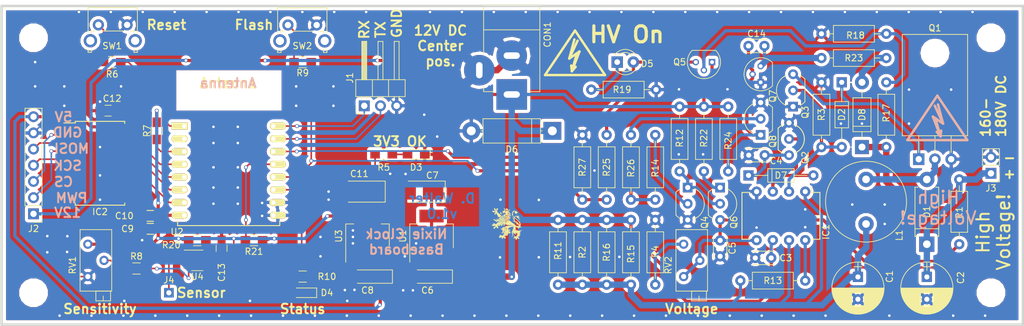
<source format=kicad_pcb>
(kicad_pcb (version 20171130) (host pcbnew "(5.0.1)-4")
  (title_block (title "Nixie-Clock Baseboard") (date 2018-02-19) (rev 1.0) (company "Daniel Walter") (comment 1 fordprfkt@googlemail.com))
  (layers (0 F.Cu signal) (31 B.Cu signal) (34 B.Paste user) (35 F.Paste user) (36 B.SilkS user) (37 F.SilkS user) (38 B.Mask user) (39 F.Mask user) (44 Edge.Cuts user))
  (net 0 "")
  (net 1 GND)
  (net 2 "Net-(C1-Pad1)")
  (net 3 "Net-(C4-Pad1)")
  (net 4 "Net-(C5-Pad1)")
  (net 5 +5V)
  (net 6 "Net-(D1-Pad2)")
  (net 7 "Net-(D2-Pad2)")
  (net 8 "Net-(D2-Pad1)")
  (net 9 "Net-(D3-Pad2)")
  (net 10 +3V3)
  (net 11 "Net-(D4-Pad2)")
  (net 12 "Net-(J1-Pad1)")
  (net 13 "Net-(J1-Pad2)")
  (net 14 /MOSI)
  (net 15 /PWM)
  (net 16 /CLK)
  (net 17 "Net-(R6-Pad1)")
  (net 18 "Net-(R7-Pad2)")
  (net 19 "Net-(R8-Pad1)")
  (net 20 "Net-(R10-Pad1)")
  (net 21 /CS)
  (net 22 "Net-(R6-Pad2)")
  (net 23 "Net-(R9-Pad2)")
  (net 24 +12V)
  (net 25 "Net-(Q4-Pad2)")
  (net 26 "Net-(Q4-Pad1)")
  (net 27 "Net-(IC2-Pad2)")
  (net 28 "Net-(IC2-Pad3)")
  (net 29 "Net-(IC2-Pad4)")
  (net 30 "Net-(IC2-Pad5)")
  (net 31 /175V)
  (net 32 "Net-(D5-Pad1)")
  (net 33 "Net-(Q5-Pad2)")
  (net 34 "Net-(J4-Pad1)")
  (net 35 "Net-(R8-Pad2)")
  (net 36 "Net-(R20-Pad2)")
  (net 37 Prx_Det)
  (net 38 "Net-(R4-Pad2)")
  (net 39 "Net-(C14-Pad1)")
  (net 40 "Net-(C14-Pad2)")
  (net 41 "Net-(D7-Pad2)")
  (net 42 "Net-(IC1-Pad8)")
  (net 43 "Net-(Q6-Pad1)")
  (net 44 "Net-(Q8-Pad2)")
  (net 45 HV_On)
  (net 46 "Net-(D8-Pad2)")
  (net 47 HV_Status)
  (net 48 "Net-(R25-Pad1)")
  (net 49 "Net-(IC2-Pad6)")
  (net 50 "Net-(IC2-Pad7)")
  (net 51 "Net-(IC2-Pad8)")
  (net 52 "Net-(IC2-Pad9)")
  (net 53 "Net-(U2-Pad2)")
  (module Capacitors_SMD:C_0805_HandSoldering (layer F.Cu) (at 99.06 77.47 180)
    (fp_text reference C12 (at -0.635 1.905 180) (layer F.SilkS))
    (fp_text value 100nF)
    (pad 1 smd rect (at -1.25 0 180) (size 1.5 1.25) (layers F.Cu F.Paste F.Mask) (net 5 +5V))
    (pad 2 smd rect (at 1.25 0 180) (size 1.5 1.25) (layers F.Cu F.Paste F.Mask) (net 1 GND))
  )
  (module Housings_SOIC:SOIC-20W_7.5x12.8mm_Pitch1.27mm (layer F.Cu) (at 97.79 85.725)
    (fp_text reference IC2 (at 0 7.62) (layer F.SilkS))
    (fp_text value 74HCT245DW)
    (pad 1 smd rect (at -4.7 -5.715) (size 1.95 0.6) (layers F.Cu F.Paste F.Mask) (net 1 GND))
    (pad 2 smd rect (at -4.7 -4.445) (size 1.95 0.6) (layers F.Cu F.Paste F.Mask) (net 27 "Net-(IC2-Pad2)"))
    (pad 3 smd rect (at -4.7 -3.175) (size 1.95 0.6) (layers F.Cu F.Paste F.Mask) (net 28 "Net-(IC2-Pad3)"))
    (pad 4 smd rect (at -4.7 -1.905) (size 1.95 0.6) (layers F.Cu F.Paste F.Mask) (net 29 "Net-(IC2-Pad4)"))
    (pad 5 smd rect (at -4.7 -0.635) (size 1.95 0.6) (layers F.Cu F.Paste F.Mask) (net 30 "Net-(IC2-Pad5)"))
    (pad 6 smd rect (at -4.7 0.635) (size 1.95 0.6) (layers F.Cu F.Paste F.Mask) (net 49 "Net-(IC2-Pad6)"))
    (pad 7 smd rect (at -4.7 1.905) (size 1.95 0.6) (layers F.Cu F.Paste F.Mask) (net 50 "Net-(IC2-Pad7)"))
    (pad 8 smd rect (at -4.7 3.175) (size 1.95 0.6) (layers F.Cu F.Paste F.Mask) (net 51 "Net-(IC2-Pad8)"))
    (pad 9 smd rect (at -4.7 4.445) (size 1.95 0.6) (layers F.Cu F.Paste F.Mask) (net 52 "Net-(IC2-Pad9)"))
    (pad 10 smd rect (at -4.7 5.715) (size 1.95 0.6) (layers F.Cu F.Paste F.Mask) (net 1 GND))
    (pad 11 smd rect (at 4.7 5.715) (size 1.95 0.6) (layers F.Cu F.Paste F.Mask) (net 1 GND))
    (pad 12 smd rect (at 4.7 4.445) (size 1.95 0.6) (layers F.Cu F.Paste F.Mask) (net 1 GND))
    (pad 13 smd rect (at 4.7 3.175) (size 1.95 0.6) (layers F.Cu F.Paste F.Mask) (net 1 GND))
    (pad 14 smd rect (at 4.7 1.905) (size 1.95 0.6) (layers F.Cu F.Paste F.Mask) (net 1 GND))
    (pad 15 smd rect (at 4.7 0.635) (size 1.95 0.6) (layers F.Cu F.Paste F.Mask) (net 16 /CLK))
    (pad 16 smd rect (at 4.7 -0.635) (size 1.95 0.6) (layers F.Cu F.Paste F.Mask) (net 15 /PWM))
    (pad 17 smd rect (at 4.7 -1.905) (size 1.95 0.6) (layers F.Cu F.Paste F.Mask) (net 14 /MOSI))
    (pad 18 smd rect (at 4.7 -3.175) (size 1.95 0.6) (layers F.Cu F.Paste F.Mask) (net 21 /CS))
    (pad 19 smd rect (at 4.7 -4.445) (size 1.95 0.6) (layers F.Cu F.Paste F.Mask) (net 1 GND))
    (pad 20 smd rect (at 4.7 -5.715) (size 1.95 0.6) (layers F.Cu F.Paste F.Mask) (net 5 +5V))
  )
  (module Resistors_THT:R_Axial_DIN0207_L6.3mm_D2.5mm_P10.16mm_Horizontal (layer F.Cu) (at 188.595 86.995 90)
    (fp_text reference R12 (at 5.207 0 90) (layer F.SilkS))
    (fp_text value 4k7)
    (pad 1 thru_hole circle (at 0 0 90) (size 1.6 1.6) (drill 0.8) (layers *.Cu *.Mask) (net 26 "Net-(Q4-Pad1)"))
    (pad 2 thru_hole oval (at 10.16 0 90) (size 1.6 1.6) (drill 0.8) (layers *.Cu *.Mask) (net 24 +12V))
  )
  (module Housings_DIP:DIP-8_W7.62mm (layer F.Cu) (at 208.28 90.17 270)
    (fp_text reference IC1 (at 6.325315 -3.247115 270) (layer F.SilkS))
    (fp_text value MC34063AP)
    (pad 1 thru_hole oval (at 0 0 270) (size 1.6 1.6) (drill 0.8) (layers *.Cu *.Mask) (net 2 "Net-(C1-Pad1)"))
    (pad 2 thru_hole oval (at 0 2.54 270) (size 1.6 1.6) (drill 0.8) (layers *.Cu *.Mask) (net 7 "Net-(D2-Pad2)"))
    (pad 3 thru_hole oval (at 0 5.08 270) (size 1.6 1.6) (drill 0.8) (layers *.Cu *.Mask) (net 41 "Net-(D7-Pad2)"))
    (pad 4 thru_hole oval (at 0 7.62 270) (size 1.6 1.6) (drill 0.8) (layers *.Cu *.Mask) (net 1 GND))
    (pad 5 thru_hole oval (at 7.62 7.62 270) (size 1.6 1.6) (drill 0.8) (layers *.Cu *.Mask) (net 4 "Net-(C5-Pad1)"))
    (pad 6 thru_hole oval (at 7.62 5.08 270) (size 1.6 1.6) (drill 0.8) (layers *.Cu *.Mask) (net 24 +12V))
    (pad 7 thru_hole oval (at 7.62 2.54 270) (size 1.6 1.6) (drill 0.8) (layers *.Cu *.Mask) (net 2 "Net-(C1-Pad1)"))
    (pad 8 thru_hole oval (at 7.62 0 270) (size 1.6 1.6) (drill 0.8) (layers *.Cu *.Mask) (net 42 "Net-(IC1-Pad8)"))
  )
  (module Resistors_THT:R_Axial_DIN0207_L6.3mm_D2.5mm_P10.16mm_Horizontal (layer F.Cu) (at 220.98 73.025 270)
    (fp_text reference R17 (at 4.826 0 270) (layer F.SilkS))
    (fp_text value 220k)
    (pad 1 thru_hole circle (at 0 0 270) (size 1.6 1.6) (drill 0.8) (layers *.Cu *.Mask) (net 33 "Net-(Q5-Pad2)"))
    (pad 2 thru_hole oval (at 10.16 0 270) (size 1.6 1.6) (drill 0.8) (layers *.Cu *.Mask) (net 31 /175V))
  )
  (module TO_SOT_Packages_THT:TO-92_Inline_Wide (layer F.Cu) (at 205.74 79.375 270)
    (fp_text reference Q2 (at 5.461 -2.54 90) (layer F.SilkS))
    (fp_text value BC327)
    (pad 2 thru_hole circle (at 2.54 0) (size 1.524 1.524) (drill 0.8) (layers *.Cu *.Mask) (net 41 "Net-(D7-Pad2)"))
    (pad 3 thru_hole circle (at 5.08 0) (size 1.524 1.524) (drill 0.8) (layers *.Cu *.Mask) (net 3 "Net-(C4-Pad1)"))
    (pad 1 thru_hole circle (at 0 0) (size 1.524 1.524) (drill 0.8) (layers *.Cu *.Mask) (net 1 GND))
  )
  (module Capacitors_SMD:C_0805_HandSoldering (layer F.Cu) (at 105.664 96.012 180)
    (fp_text reference C9 (at 3.556 0 180) (layer F.SilkS))
    (fp_text value 1µF)
    (pad 1 smd rect (at -1.25 0 180) (size 1.5 1.25) (layers F.Cu F.Paste F.Mask) (net 10 +3V3))
    (pad 2 smd rect (at 1.25 0 180) (size 1.5 1.25) (layers F.Cu F.Paste F.Mask) (net 1 GND))
  )
  (module Capacitors_SMD:C_0805_HandSoldering (layer F.Cu) (at 105.664 93.98 180)
    (fp_text reference C10 (at 4.064 0 180) (layer F.SilkS))
    (fp_text value 100nF)
    (pad 1 smd rect (at -1.25 0 180) (size 1.5 1.25) (layers F.Cu F.Paste F.Mask) (net 10 +3V3))
    (pad 2 smd rect (at 1.25 0 180) (size 1.5 1.25) (layers F.Cu F.Paste F.Mask) (net 1 GND))
  )
  (module EuroBoard_Outline:EuroBoard_halb_Type-II_160mmX50mm_holes (layer F.Cu) (at 82.37474 111.04118)
    (fp_text reference REF** hide)
    (fp_text value EuroBoard_halb_Type-II_160mmX50mm_holes)
    (fp_line (start 0 0) (end 159.99968 0) (layer Edge.Cuts) (width 0.381))
    (fp_line (start 159.99968 0) (end 159.99968 -49.9999) (layer Edge.Cuts) (width 0.381))
    (fp_line (start 159.99968 -49.9999) (end 0 -49.9999) (layer Edge.Cuts) (width 0.381))
    (fp_line (start 0 -49.9999) (end 0 0) (layer Edge.Cuts) (width 0.381))
    (pad "" np_thru_hole circle (at 5.00126 -5.00126) (size 3.50012 3.50012) (drill 3.50012) (layers *.Cu *.Mask))
    (pad "" np_thru_hole circle (at 5.00126 -45.00118) (size 3.50012 3.50012) (drill 3.50012) (layers *.Cu *.Mask))
    (pad "" np_thru_hole circle (at 155.00096 -45.00118) (size 3.50012 3.50012) (drill 3.50012) (layers *.Cu *.Mask))
    (pad "" np_thru_hole circle (at 155.00096 -5.00126) (size 3.50012 3.50012) (drill 3.50012) (layers *.Cu *.Mask))
  )
  (module Capacitors_THT:CP_Radial_D8.0mm_P3.50mm (layer F.Cu) (at 216.535 103.561 270)
    (fp_text reference C1 (at -0.056 -4.953 270) (layer F.SilkS))
    (fp_text value 220µF/25V)
    (pad 1 thru_hole rect (at 0 0 270) (size 1.6 1.6) (drill 0.8) (layers *.Cu *.Mask) (net 2 "Net-(C1-Pad1)"))
    (pad 2 thru_hole circle (at 3.5 0 270) (size 1.6 1.6) (drill 0.8) (layers *.Cu *.Mask) (net 1 GND))
  )
  (module Capacitors_THT:C_Disc_D3.0mm_W2.0mm_P2.50mm (layer F.Cu) (at 202.946 100.584 180)
    (fp_text reference C3 (at -2.286 0 180) (layer F.SilkS))
    (fp_text value 100nF)
    (pad 1 thru_hole circle (at 0 0 180) (size 1.6 1.6) (drill 0.8) (layers *.Cu *.Mask) (net 24 +12V))
    (pad 2 thru_hole circle (at 2.5 0 180) (size 1.6 1.6) (drill 0.8) (layers *.Cu *.Mask) (net 1 GND))
  )
  (module Capacitors_THT:C_Disc_D3.0mm_W2.0mm_P2.50mm (layer F.Cu) (at 194.945 97.83 270)
    (fp_text reference C5 (at 1.23 -1.905 270) (layer F.SilkS))
    (fp_text value 10nF)
    (pad 1 thru_hole circle (at 0 0 270) (size 1.6 1.6) (drill 0.8) (layers *.Cu *.Mask) (net 4 "Net-(C5-Pad1)"))
    (pad 2 thru_hole circle (at 2.5 0 270) (size 1.6 1.6) (drill 0.8) (layers *.Cu *.Mask) (net 1 GND))
  )
  (module Diodes_THT:D_DO-35_SOD27_P10.16mm_Horizontal (layer F.Cu) (at 213.995 73.025 270)
    (fp_text reference D2 (at 5.08 -0.00254 270) (layer F.SilkS))
    (fp_text value 1N914)
    (pad 1 thru_hole rect (at 0 0 270) (size 1.6 1.6) (drill 0.8) (layers *.Cu *.Mask) (net 8 "Net-(D2-Pad1)"))
    (pad 2 thru_hole oval (at 10.16 0 270) (size 1.6 1.6) (drill 0.8) (layers *.Cu *.Mask) (net 7 "Net-(D2-Pad2)"))
  )
  (module LEDs:LED_0805_HandSoldering (layer F.Cu) (at 147.32 84.328 180)
    (fp_text reference D3 (at 0 -2.032 180) (layer F.SilkS))
    (fp_text value LED)
    (pad 1 smd rect (at -1.35 0 180) (size 1.5 1.3) (layers F.Cu F.Paste F.Mask) (net 1 GND))
    (pad 2 smd rect (at 1.35 0 180) (size 1.5 1.3) (layers F.Cu F.Paste F.Mask) (net 9 "Net-(D3-Pad2)"))
  )
  (module LEDs:LED_0805_HandSoldering (layer F.Cu) (at 129.54 106.045 180)
    (fp_text reference D4 (at -3.81 0 180) (layer F.SilkS))
    (fp_text value Status)
    (pad 1 smd rect (at -1.35 0 180) (size 1.5 1.3) (layers F.Cu F.Paste F.Mask) (net 1 GND))
    (pad 2 smd rect (at 1.35 0 180) (size 1.5 1.3) (layers F.Cu F.Paste F.Mask) (net 11 "Net-(D4-Pad2)"))
  )
  (module TO_SOT_Packages_THT:TO-220-3_Horizontal (layer F.Cu) (at 226.06 85.09)
    (fp_text reference Q1 (at 2.54 -20.58) (layer F.SilkS))
    (fp_text value IRF740)
    (pad 0 np_thru_hole oval (at 2.54 -16.66) (size 3.5 3.5) (drill 3.5) (layers *.Cu *.Mask))
    (pad 1 thru_hole rect (at 0 0) (size 1.8 1.8) (drill 1) (layers *.Cu *.Mask) (net 8 "Net-(D2-Pad1)"))
    (pad 2 thru_hole oval (at 2.54 0) (size 1.8 1.8) (drill 1) (layers *.Cu *.Mask) (net 6 "Net-(D1-Pad2)"))
    (pad 3 thru_hole oval (at 5.08 0) (size 1.8 1.8) (drill 1) (layers *.Cu *.Mask) (net 1 GND))
  )
  (module Resistors_THT:R_Axial_DIN0207_L6.3mm_D2.5mm_P10.16mm_Horizontal (layer F.Cu) (at 232.41 98.425 90)
    (fp_text reference R1 (at 4.953 0 90) (layer F.SilkS))
    (fp_text value 560k)
    (pad 1 thru_hole circle (at 0 0 90) (size 1.6 1.6) (drill 0.8) (layers *.Cu *.Mask) (net 4 "Net-(C5-Pad1)"))
    (pad 2 thru_hole oval (at 10.16 0 90) (size 1.6 1.6) (drill 0.8) (layers *.Cu *.Mask) (net 31 /175V))
  )
  (module Resistors_THT:R_Axial_DIN0207_L6.3mm_D2.5mm_P10.16mm_Horizontal (layer F.Cu) (at 173.355 104.775 90)
    (fp_text reference R2 (at 5.08 0 90) (layer F.SilkS))
    (fp_text value 1R37)
    (pad 1 thru_hole circle (at 0 0 90) (size 1.6 1.6) (drill 0.8) (layers *.Cu *.Mask) (net 2 "Net-(C1-Pad1)"))
    (pad 2 thru_hole oval (at 10.16 0 90) (size 1.6 1.6) (drill 0.8) (layers *.Cu *.Mask) (net 24 +12V))
  )
  (module Resistors_THT:R_Axial_DIN0207_L6.3mm_D2.5mm_P10.16mm_Horizontal (layer F.Cu) (at 210.82 73.025 270)
    (fp_text reference R3 (at 5.08 0 270) (layer F.SilkS))
    (fp_text value 1k)
    (pad 1 thru_hole circle (at 0 0 270) (size 1.6 1.6) (drill 0.8) (layers *.Cu *.Mask) (net 1 GND))
    (pad 2 thru_hole oval (at 10.16 0 270) (size 1.6 1.6) (drill 0.8) (layers *.Cu *.Mask) (net 7 "Net-(D2-Pad2)"))
  )
  (module Resistors_THT:R_Axial_DIN0207_L6.3mm_D2.5mm_P10.16mm_Horizontal (layer F.Cu) (at 184.785 94.615 270)
    (fp_text reference R4 (at 4.953 0 270) (layer F.SilkS))
    (fp_text value 3k65)
    (pad 1 thru_hole circle (at 0 0 270) (size 1.6 1.6) (drill 0.8) (layers *.Cu *.Mask) (net 1 GND))
    (pad 2 thru_hole oval (at 10.16 0 270) (size 1.6 1.6) (drill 0.8) (layers *.Cu *.Mask) (net 38 "Net-(R4-Pad2)"))
  )
  (module Resistors_SMD:R_0805_HandSoldering (layer F.Cu) (at 142.24 84.328)
    (fp_text reference R5 (at 0 2.032) (layer F.SilkS))
    (fp_text value 68R)
    (pad 1 smd rect (at -1.35 0) (size 1.5 1.3) (layers F.Cu F.Paste F.Mask) (net 10 +3V3))
    (pad 2 smd rect (at 1.35 0) (size 1.5 1.3) (layers F.Cu F.Paste F.Mask) (net 9 "Net-(D3-Pad2)"))
  )
  (module Resistors_SMD:R_0805_HandSoldering (layer F.Cu) (at 99.695 69.85 180)
    (fp_text reference R6 (at 0 -1.905 180) (layer F.SilkS))
    (fp_text value 470R)
    (pad 1 smd rect (at -1.35 0 180) (size 1.5 1.3) (layers F.Cu F.Paste F.Mask) (net 17 "Net-(R6-Pad1)"))
    (pad 2 smd rect (at 1.35 0 180) (size 1.5 1.3) (layers F.Cu F.Paste F.Mask) (net 22 "Net-(R6-Pad2)"))
  )
  (module Resistors_SMD:R_0805_HandSoldering (layer F.Cu) (at 106.68 80.645 270)
    (fp_text reference R7 (at 0 1.524 270) (layer F.SilkS))
    (fp_text value 10k)
    (pad 1 smd rect (at -1.35 0 270) (size 1.5 1.3) (layers F.Cu F.Paste F.Mask) (net 10 +3V3))
    (pad 2 smd rect (at 1.35 0 270) (size 1.5 1.3) (layers F.Cu F.Paste F.Mask) (net 18 "Net-(R7-Pad2)"))
  )
  (module Resistors_SMD:R_0805_HandSoldering (layer F.Cu) (at 103.505 102.235 180)
    (fp_text reference R8 (at 0 1.905 180) (layer F.SilkS))
    (fp_text value 10k)
    (pad 1 smd rect (at -1.35 0 180) (size 1.5 1.3) (layers F.Cu F.Paste F.Mask) (net 19 "Net-(R8-Pad1)"))
    (pad 2 smd rect (at 1.35 0 180) (size 1.5 1.3) (layers F.Cu F.Paste F.Mask) (net 35 "Net-(R8-Pad2)"))
  )
  (module Resistors_SMD:R_0805_HandSoldering (layer F.Cu) (at 129.54 69.85 180)
    (fp_text reference R9 (at 0 -1.7 180) (layer F.SilkS))
    (fp_text value 470R)
    (pad 1 smd rect (at -1.35 0 180) (size 1.5 1.3) (layers F.Cu F.Paste F.Mask) (net 48 "Net-(R25-Pad1)"))
    (pad 2 smd rect (at 1.35 0 180) (size 1.5 1.3) (layers F.Cu F.Paste F.Mask) (net 23 "Net-(R9-Pad2)"))
  )
  (module Resistors_SMD:R_0805_HandSoldering (layer F.Cu) (at 129.54 103.505 180)
    (fp_text reference R10 (at -3.81 0 180) (layer F.SilkS))
    (fp_text value 68R)
    (pad 1 smd rect (at -1.35 0 180) (size 1.5 1.3) (layers F.Cu F.Paste F.Mask) (net 20 "Net-(R10-Pad1)"))
    (pad 2 smd rect (at 1.35 0 180) (size 1.5 1.3) (layers F.Cu F.Paste F.Mask) (net 11 "Net-(D4-Pad2)"))
  )
  (module TO_SOT_Packages_SMD:SOT-223-3_TabPin2 (layer F.Cu) (at 149.733 97.155 90)
    (fp_text reference U1 (at 0 -4.5 90) (layer F.SilkS))
    (fp_text value LM1117-5.0)
    (pad 2 smd rect (at 3.15 0 90) (size 2 3.8) (layers F.Cu F.Paste F.Mask) (net 5 +5V))
    (pad 2 smd rect (at -3.15 0 90) (size 2 1.5) (layers F.Cu F.Paste F.Mask) (net 5 +5V))
    (pad 3 smd rect (at -3.15 2.3 90) (size 2 1.5) (layers F.Cu F.Paste F.Mask) (net 24 +12V))
    (pad 1 smd rect (at -3.15 -2.3 90) (size 2 1.5) (layers F.Cu F.Paste F.Mask) (net 1 GND))
  )
  (module ESP8266:ESP-12 (layer F.Cu) (at 110.968 79.884)
    (fp_text reference U2 (at -1.113 16.6) (layer F.SilkS))
    (fp_text value ESP-12)
    (pad 1 thru_hole rect (at 0 0) (size 2.5 1.1) (drill 0.65 (offset -0.7 0)) (layers *.Cu *.Mask F.SilkS) (net 17 "Net-(R6-Pad1)"))
    (pad 2 thru_hole oval (at 0 2) (size 2.5 1.1) (drill 0.65 (offset -0.7 0)) (layers *.Cu *.Mask F.SilkS) (net 53 "Net-(U2-Pad2)"))
    (pad 3 thru_hole oval (at 0 4) (size 2.5 1.1) (drill 0.65 (offset -0.7 0)) (layers *.Cu *.Mask F.SilkS) (net 18 "Net-(R7-Pad2)"))
    (pad 4 thru_hole oval (at 0 6) (size 2.5 1.1) (drill 0.65 (offset -0.7 0)) (layers *.Cu *.Mask F.SilkS) (net 21 /CS))
    (pad 5 thru_hole oval (at 0 8) (size 2.5 1.1) (drill 0.65 (offset -0.7 0)) (layers *.Cu *.Mask F.SilkS) (net 14 /MOSI))
    (pad 6 thru_hole oval (at 0 10) (size 2.5 1.1) (drill 0.65 (offset -0.7 0)) (layers *.Cu *.Mask F.SilkS) (net 15 /PWM))
    (pad 7 thru_hole oval (at 0 12) (size 2.5 1.1) (drill 0.65 (offset -0.7 0)) (layers *.Cu *.Mask F.SilkS) (net 16 /CLK))
    (pad 8 thru_hole oval (at 0 14) (size 2.5 1.1) (drill 0.65 (offset -0.7 0)) (layers *.Cu *.Mask F.SilkS) (net 10 +3V3))
    (pad 9 thru_hole oval (at 14 14) (size 2.5 1.1) (drill 0.65 (offset 0.7 0)) (layers *.Cu *.Mask F.SilkS) (net 1 GND))
    (pad 10 thru_hole oval (at 14 12) (size 2.5 1.1) (drill 0.65 (offset 0.6 0)) (layers *.Cu *.Mask F.SilkS) (net 1 GND))
    (pad 11 thru_hole oval (at 14 10) (size 2.5 1.1) (drill 0.65 (offset 0.7 0)) (layers *.Cu *.Mask F.SilkS) (net 20 "Net-(R10-Pad1)"))
    (pad 12 thru_hole oval (at 14 8) (size 2.5 1.1) (drill 0.65 (offset 0.7 0)) (layers *.Cu *.Mask F.SilkS) (net 48 "Net-(R25-Pad1)"))
    (pad 13 thru_hole oval (at 14 6) (size 2.5 1.1) (drill 0.65 (offset 0.7 0)) (layers *.Cu *.Mask F.SilkS) (net 37 Prx_Det))
    (pad 14 thru_hole oval (at 14 4) (size 2.5 1.1) (drill 0.65 (offset 0.7 0)) (layers *.Cu *.Mask F.SilkS) (net 45 HV_On))
    (pad 15 thru_hole oval (at 14 2) (size 2.5 1.1) (drill 0.65 (offset 0.7 0)) (layers *.Cu *.Mask F.SilkS) (net 13 "Net-(J1-Pad2)"))
    (pad 16 thru_hole oval (at 14 0) (size 2.5 1.1) (drill 0.65 (offset 0.7 0)) (layers *.Cu *.Mask F.SilkS) (net 12 "Net-(J1-Pad1)"))
  )
  (module TO_SOT_Packages_SMD:SOT-223-3_TabPin2 (layer F.Cu) (at 139.7 97.155 90)
    (fp_text reference U3 (at 0 -4.5 90) (layer F.SilkS))
    (fp_text value LM1117-3.3)
    (pad 2 smd rect (at 3.15 0 90) (size 2 3.8) (layers F.Cu F.Paste F.Mask) (net 10 +3V3))
    (pad 2 smd rect (at -3.15 0 90) (size 2 1.5) (layers F.Cu F.Paste F.Mask) (net 10 +3V3))
    (pad 3 smd rect (at -3.15 2.3 90) (size 2 1.5) (layers F.Cu F.Paste F.Mask) (net 5 +5V))
    (pad 1 smd rect (at -3.15 -2.3 90) (size 2 1.5) (layers F.Cu F.Paste F.Mask) (net 1 GND))
  )
  (module Buttons_Switches_THT:SW_Tactile_SPST_Angled_PTS645Vx39-2LFS (layer F.Cu) (at 97.536 64.008)
    (fp_text reference SW1 (at 2.159 3.302) (layer F.SilkS))
    (fp_text value Reset)
    (pad "" thru_hole circle (at 5.76 2.49) (size 2.1 2.1) (drill 1.3) (layers *.Cu *.Mask))
    (pad 2 thru_hole circle (at 4.5 0) (size 1.75 1.75) (drill 0.99) (layers *.Cu *.Mask) (net 1 GND))
    (pad 1 thru_hole circle (at 0 0) (size 1.75 1.75) (drill 0.99) (layers *.Cu *.Mask) (net 22 "Net-(R6-Pad2)"))
    (pad "" thru_hole circle (at -1.25 2.49) (size 2.1 2.1) (drill 1.3) (layers *.Cu *.Mask))
  )
  (module Buttons_Switches_THT:SW_Tactile_SPST_Angled_PTS645Vx39-2LFS (layer F.Cu) (at 127.234 64.035)
    (fp_text reference SW2 (at 2.25 3.275) (layer F.SilkS))
    (fp_text value Flash)
    (pad "" thru_hole circle (at 5.76 2.49) (size 2.1 2.1) (drill 1.3) (layers *.Cu *.Mask))
    (pad 2 thru_hole circle (at 4.5 0) (size 1.75 1.75) (drill 0.99) (layers *.Cu *.Mask) (net 1 GND))
    (pad 1 thru_hole circle (at 0 0) (size 1.75 1.75) (drill 0.99) (layers *.Cu *.Mask) (net 23 "Net-(R9-Pad2)"))
    (pad "" thru_hole circle (at -1.25 2.49) (size 2.1 2.1) (drill 1.3) (layers *.Cu *.Mask))
  )
  (module Capacitors_Tantalum_SMD:CP_Tantalum_Case-A_EIA-3216-18_Hand (layer F.Cu) (at 149.098 103.505 180)
    (fp_text reference C6 (at 0 -2.159 180) (layer F.SilkS))
    (fp_text value 10µF)
    (pad 1 smd rect (at -2 0 180) (size 3.2 1.5) (layers F.Cu F.Paste F.Mask) (net 24 +12V))
    (pad 2 smd rect (at 2 0 180) (size 3.2 1.5) (layers F.Cu F.Paste F.Mask) (net 1 GND))
  )
  (module Capacitors_Tantalum_SMD:CP_Tantalum_Case-B_EIA-3528-21_Hand (layer F.Cu) (at 147.828 90.17 180)
    (fp_text reference C7 (at -2.032 2.54 180) (layer F.SilkS))
    (fp_text value 100µF)
    (pad 1 smd rect (at -2.15 0 180) (size 3.2 2.5) (layers F.Cu F.Paste F.Mask) (net 5 +5V))
    (pad 2 smd rect (at 2.15 0 180) (size 3.2 2.5) (layers F.Cu F.Paste F.Mask) (net 1 GND))
  )
  (module Capacitors_Tantalum_SMD:CP_Tantalum_Case-A_EIA-3216-18_Hand (layer F.Cu) (at 139.7 103.505 180)
    (fp_text reference C8 (at 0 -2.159 180) (layer F.SilkS))
    (fp_text value 10µF)
    (pad 1 smd rect (at -2 0 180) (size 3.2 1.5) (layers F.Cu F.Paste F.Mask) (net 5 +5V))
    (pad 2 smd rect (at 2 0 180) (size 3.2 1.5) (layers F.Cu F.Paste F.Mask) (net 1 GND))
  )
  (module Capacitors_Tantalum_SMD:CP_Tantalum_Case-B_EIA-3528-21_Hand (layer F.Cu) (at 138.43 90.17 180)
    (fp_text reference C11 (at 0 2.794 180) (layer F.SilkS))
    (fp_text value 100µF)
    (pad 1 smd rect (at -2.15 0 180) (size 3.2 2.5) (layers F.Cu F.Paste F.Mask) (net 10 +3V3))
    (pad 2 smd rect (at 2.15 0 180) (size 3.2 2.5) (layers F.Cu F.Paste F.Mask) (net 1 GND))
  )
  (module Resistors_THT:R_Axial_DIN0207_L6.3mm_D2.5mm_P10.16mm_Horizontal (layer F.Cu) (at 208.28 104.14 180)
    (fp_text reference R13 (at 5.08 0 180) (layer F.SilkS))
    (fp_text value 180R)
    (pad 1 thru_hole circle (at 0 0 180) (size 1.6 1.6) (drill 0.8) (layers *.Cu *.Mask) (net 42 "Net-(IC1-Pad8)"))
    (pad 2 thru_hole oval (at 10.16 0 180) (size 1.6 1.6) (drill 0.8) (layers *.Cu *.Mask) (net 2 "Net-(C1-Pad1)"))
  )
  (module Resistors_THT:R_Axial_DIN0207_L6.3mm_D2.5mm_P10.16mm_Horizontal (layer F.Cu) (at 184.785 81.28 270)
    (fp_text reference R14 (at 5.207 0 270) (layer F.SilkS))
    (fp_text value 1k)
    (pad 1 thru_hole circle (at 0 0 270) (size 1.6 1.6) (drill 0.8) (layers *.Cu *.Mask) (net 25 "Net-(Q4-Pad2)"))
    (pad 2 thru_hole oval (at 10.16 0 270) (size 1.6 1.6) (drill 0.8) (layers *.Cu *.Mask) (net 45 HV_On))
  )
  (module Connectors:JACK_ALIM (layer F.Cu) (at 162.296 74.934 270)
    (fp_text reference CON1 (at -9.402 -5.59 270) (layer F.SilkS))
    (fp_text value Power)
    (pad 2 thru_hole circle (at -6.1 0 270) (size 4.8 4.8) (drill oval 1.02 2.54) (layers *.Cu *.Mask) (net 1 GND))
    (pad 1 thru_hole rect (at 0 0 270) (size 4.8 4.8) (drill oval 1.02 2.54) (layers *.Cu *.Mask) (net 24 +12V))
    (pad 3 thru_hole circle (at -3.81 5.08 270) (size 4.8 4.8) (drill oval 2.54 1.02) (layers *.Cu *.Mask) (net 1 GND))
  )
  (module Pin_Headers:Pin_Header_Angled_1x03_Pitch2.54mm (layer F.Cu) (at 139.192 76.708 90)
    (fp_text reference J1 (at 4.385 -2.27 90) (layer F.SilkS))
    (fp_text value Serial)
    (pad 1 thru_hole rect (at 0 0 90) (size 1.7 1.7) (drill 1) (layers *.Cu *.Mask) (net 12 "Net-(J1-Pad1)"))
    (pad 2 thru_hole oval (at 0 2.54 90) (size 1.7 1.7) (drill 1) (layers *.Cu *.Mask) (net 13 "Net-(J1-Pad2)"))
    (pad 3 thru_hole oval (at 0 5.08 90) (size 1.7 1.7) (drill 1) (layers *.Cu *.Mask) (net 1 GND))
  )
  (module TO_SOT_Packages_THT:TO-92_Inline_Wide (layer F.Cu) (at 206.375 76.835 90)
    (fp_text reference Q3 (at -0.889 1.905 270) (layer F.SilkS))
    (fp_text value BC327)
    (pad 2 thru_hole circle (at 2.54 0 180) (size 1.52 1.52) (drill 0.8) (layers *.Cu *.Mask) (net 7 "Net-(D2-Pad2)"))
    (pad 3 thru_hole circle (at 5.08 0 180) (size 1.52 1.52) (drill 0.8) (layers *.Cu *.Mask) (net 8 "Net-(D2-Pad1)"))
    (pad 1 thru_hole rect (at 0 0 180) (size 1.52 1.52) (drill 0.8) (layers *.Cu *.Mask) (net 1 GND))
  )
  (module TO_SOT_Packages_THT:TO-92_Inline_Wide (layer F.Cu) (at 189.865 89.535 270)
    (fp_text reference Q4 (at 5.461 -2.667 90) (layer F.SilkS))
    (fp_text value BC337)
    (pad 2 thru_hole circle (at 2.54 0) (size 1.52 1.52) (drill 0.8) (layers *.Cu *.Mask) (net 25 "Net-(Q4-Pad2)"))
    (pad 3 thru_hole circle (at 5.08 0) (size 1.52 1.52) (drill 0.8) (layers *.Cu *.Mask) (net 1 GND))
    (pad 1 thru_hole rect (at 0 0) (size 1.52 1.52) (drill 0.8) (layers *.Cu *.Mask) (net 26 "Net-(Q4-Pad1)"))
  )
  (module Resistors_THT:R_Axial_DIN0207_L6.3mm_D2.5mm_P10.16mm_Horizontal (layer F.Cu) (at 169.545 104.775 90)
    (fp_text reference R11 (at 5.334 0 90) (layer F.SilkS))
    (fp_text value 1R37)
    (pad 1 thru_hole circle (at 0 0 90) (size 1.6 1.6) (drill 0.8) (layers *.Cu *.Mask) (net 2 "Net-(C1-Pad1)"))
    (pad 2 thru_hole oval (at 10.16 0 90) (size 1.6 1.6) (drill 0.8) (layers *.Cu *.Mask) (net 24 +12V))
  )
  (module Resistors_THT:R_Axial_DIN0207_L6.3mm_D2.5mm_P10.16mm_Horizontal (layer F.Cu) (at 180.975 104.775 90)
    (fp_text reference R15 (at 4.826 0 90) (layer F.SilkS))
    (fp_text value 1R37)
    (pad 1 thru_hole circle (at 0 0 90) (size 1.6 1.6) (drill 0.8) (layers *.Cu *.Mask) (net 2 "Net-(C1-Pad1)"))
    (pad 2 thru_hole oval (at 10.16 0 90) (size 1.6 1.6) (drill 0.8) (layers *.Cu *.Mask) (net 24 +12V))
  )
  (module Resistors_THT:R_Axial_DIN0207_L6.3mm_D2.5mm_P10.16mm_Horizontal (layer F.Cu) (at 177.165 104.775 90)
    (fp_text reference R16 (at 5.08 0 90) (layer F.SilkS))
    (fp_text value 1R37)
    (pad 1 thru_hole circle (at 0 0 90) (size 1.6 1.6) (drill 0.8) (layers *.Cu *.Mask) (net 2 "Net-(C1-Pad1)"))
    (pad 2 thru_hole oval (at 10.16 0 90) (size 1.6 1.6) (drill 0.8) (layers *.Cu *.Mask) (net 24 +12V))
  )
  (module Socket_Strips:Socket_Strip_Straight_1x02_Pitch2.54mm (layer F.Cu) (at 237.37474 87.31118 180)
    (fp_text reference J3 (at 0 -2.33 180) (layer F.SilkS))
    (fp_text value HV)
    (pad 1 thru_hole rect (at 0 0 180) (size 1.7 1.7) (drill 1) (layers *.Cu *.Mask) (net 31 /175V))
    (pad 2 thru_hole oval (at 0 2.54 180) (size 1.7 1.7) (drill 1) (layers *.Cu *.Mask) (net 1 GND))
  )
  (module TO_SOT_Packages_THT:TO-92_Molded_Narrow (layer F.Cu) (at 193.675 69.85 180)
    (fp_text reference Q5 (at 5.08 0 180) (layer F.SilkS))
    (fp_text value BS170)
    (pad 2 thru_hole circle (at 1.27 -1.27 270) (size 1 1) (drill 0.6) (layers *.Cu *.Mask) (net 33 "Net-(Q5-Pad2)"))
    (pad 3 thru_hole circle (at 2.54 0 270) (size 1 1) (drill 0.6) (layers *.Cu *.Mask) (net 47 HV_Status))
    (pad 1 thru_hole rect (at 0 0 270) (size 1 1) (drill 0.6) (layers *.Cu *.Mask) (net 24 +12V))
  )
  (module Resistors_THT:R_Axial_DIN0207_L6.3mm_D2.5mm_P10.16mm_Horizontal (layer F.Cu) (at 210.82 65.405)
    (fp_text reference R18 (at 5.334 0.254) (layer F.SilkS))
    (fp_text value 120k)
    (pad 1 thru_hole circle (at 0 0) (size 1.6 1.6) (drill 0.8) (layers *.Cu *.Mask) (net 1 GND))
    (pad 2 thru_hole oval (at 10.16 0) (size 1.6 1.6) (drill 0.8) (layers *.Cu *.Mask) (net 33 "Net-(Q5-Pad2)"))
  )
  (module LEDs:LED_D3.0mm (layer F.Cu) (at 178.816 69.85)
    (fp_text reference D5 (at 4.699 0.254) (layer F.SilkS))
    (fp_text value LED)
    (pad 1 thru_hole rect (at 0 0) (size 1.8 1.8) (drill 0.9) (layers *.Cu *.Mask) (net 32 "Net-(D5-Pad1)"))
    (pad 2 thru_hole circle (at 2.54 0) (size 1.8 1.8) (drill 0.9) (layers *.Cu *.Mask) (net 47 HV_Status))
  )
  (module Resistors_THT:R_Axial_DIN0207_L6.3mm_D2.5mm_P10.16mm_Horizontal (layer F.Cu) (at 174.752 74.168)
    (fp_text reference R19 (at 4.826 0) (layer F.SilkS))
    (fp_text value 680R)
    (pad 1 thru_hole circle (at 0 0) (size 1.6 1.6) (drill 0.8) (layers *.Cu *.Mask) (net 32 "Net-(D5-Pad1)"))
    (pad 2 thru_hole oval (at 10.16 0) (size 1.6 1.6) (drill 0.8) (layers *.Cu *.Mask) (net 1 GND))
  )
  (module Resistors_SMD:R_0805_HandSoldering (layer F.Cu) (at 113.03 97.79)
    (fp_text reference R20 (at -4.064 0.762) (layer F.SilkS))
    (fp_text value 10k)
    (pad 1 smd rect (at -1.35 0) (size 1.5 1.3) (layers F.Cu F.Paste F.Mask) (net 10 +3V3))
    (pad 2 smd rect (at 1.35 0) (size 1.5 1.3) (layers F.Cu F.Paste F.Mask) (net 36 "Net-(R20-Pad2)"))
  )
  (module Resistors_SMD:R_0805_HandSoldering (layer F.Cu) (at 121.92 97.79 180)
    (fp_text reference R21 (at 0 -1.778 180) (layer F.SilkS))
    (fp_text value 10k)
    (pad 1 smd rect (at -1.35 0 180) (size 1.5 1.3) (layers F.Cu F.Paste F.Mask) (net 10 +3V3))
    (pad 2 smd rect (at 1.35 0 180) (size 1.5 1.3) (layers F.Cu F.Paste F.Mask) (net 37 Prx_Det))
  )
  (module TO_SOT_Packages_SMD:SOT-23-6_Handsoldering (layer F.Cu) (at 113.03 100.965)
    (fp_text reference U4 (at 0 2.54) (layer F.SilkS))
    (fp_text value MTCH101)
    (pad 1 smd rect (at -1.35 -0.95) (size 1.56 0.65) (layers F.Cu F.Paste F.Mask) (net 34 "Net-(J4-Pad1)"))
    (pad 2 smd rect (at -1.35 0) (size 1.56 0.65) (layers F.Cu F.Paste F.Mask) (net 1 GND))
    (pad 3 smd rect (at -1.35 0.95) (size 1.56 0.65) (layers F.Cu F.Paste F.Mask) (net 19 "Net-(R8-Pad1)"))
    (pad 4 smd rect (at 1.35 0.95) (size 1.56 0.65) (layers F.Cu F.Paste F.Mask) (net 37 Prx_Det))
    (pad 6 smd rect (at 1.35 -0.95) (size 1.56 0.65) (layers F.Cu F.Paste F.Mask) (net 36 "Net-(R20-Pad2)"))
    (pad 5 smd rect (at 1.35 0) (size 1.56 0.65) (layers F.Cu F.Paste F.Mask) (net 10 +3V3))
  )
  (module Capacitors_SMD:C_0805_HandSoldering (layer F.Cu) (at 116.84 99.06 90)
    (fp_text reference C13 (at -3.81 0 90) (layer F.SilkS))
    (fp_text value 100nF)
    (pad 1 smd rect (at -1.25 0 90) (size 1.5 1.25) (layers F.Cu F.Paste F.Mask) (net 10 +3V3))
    (pad 2 smd rect (at 1.25 0 90) (size 1.5 1.25) (layers F.Cu F.Paste F.Mask) (net 1 GND))
  )
  (module Measurement_Points:Measurement_Point_Square-TH_Small (layer F.Cu) (at 108.585 106.045)
    (fp_text reference J4 (at 0 -2) (layer F.SilkS))
    (fp_text value Sensor)
    (pad 1 thru_hole rect (at 0 0) (size 1.5 1.5) (drill 0.8) (layers *.Cu *.Mask) (net 34 "Net-(J4-Pad1)"))
  )
  (module Resistors_THT:R_Axial_DIN0207_L6.3mm_D2.5mm_P10.16mm_Horizontal (layer F.Cu) (at 192.405 86.995 90)
    (fp_text reference R22 (at 5.207 0 90) (layer F.SilkS))
    (fp_text value 1k)
    (pad 1 thru_hole circle (at 0 0 90) (size 1.6 1.6) (drill 0.8) (layers *.Cu *.Mask) (net 43 "Net-(Q6-Pad1)"))
    (pad 2 thru_hole oval (at 10.16 0 90) (size 1.6 1.6) (drill 0.8) (layers *.Cu *.Mask) (net 24 +12V))
  )
  (module Capacitors_THT:C_Disc_D3.0mm_W2.0mm_P2.50mm (layer F.Cu) (at 201.93 84.455 180)
    (fp_text reference C4 (at -1.778 -0.889 180) (layer F.SilkS))
    (fp_text value 1.5nF)
    (pad 1 thru_hole circle (at 0 0 180) (size 1.6 1.6) (drill 0.8) (layers *.Cu *.Mask) (net 3 "Net-(C4-Pad1)"))
    (pad 2 thru_hole circle (at 2.5 0 180) (size 1.6 1.6) (drill 0.8) (layers *.Cu *.Mask) (net 1 GND))
  )
  (module TO_SOT_Packages_THT:TO-92_Molded_Narrow (layer F.Cu) (at 201.295 73.025 90)
    (fp_text reference Q7 (at -2.159 1.905 90) (layer F.SilkS))
    (fp_text value MPSA42)
    (pad 2 thru_hole circle (at 1.27 -1.27 180) (size 1 1) (drill 0.6) (layers *.Cu *.Mask) (net 40 "Net-(C14-Pad2)"))
    (pad 3 thru_hole circle (at 2.54 0 180) (size 1 1) (drill 0.6) (layers *.Cu *.Mask) (net 39 "Net-(C14-Pad1)"))
    (pad 1 thru_hole rect (at 0 0 180) (size 1 1) (drill 0.6) (layers *.Cu *.Mask) (net 1 GND))
  )
  (module Resistors_THT:R_Axial_DIN0207_L6.3mm_D2.5mm_P10.16mm_Horizontal (layer F.Cu) (at 210.82 69.215)
    (fp_text reference R23 (at 5.08 0) (layer F.SilkS))
    (fp_text value 47R)
    (pad 1 thru_hole circle (at 0 0) (size 1.6 1.6) (drill 0.8) (layers *.Cu *.Mask) (net 39 "Net-(C14-Pad1)"))
    (pad 2 thru_hole oval (at 10.16 0) (size 1.6 1.6) (drill 0.8) (layers *.Cu *.Mask) (net 46 "Net-(D8-Pad2)"))
  )
  (module Resistors_THT:R_Axial_DIN0207_L6.3mm_D2.5mm_P10.16mm_Horizontal (layer F.Cu) (at 196.215 86.995 90)
    (fp_text reference R24 (at 4.826 0 90) (layer F.SilkS))
    (fp_text value 4k7)
    (pad 1 thru_hole circle (at 0 0 90) (size 1.6 1.6) (drill 0.8) (layers *.Cu *.Mask) (net 40 "Net-(C14-Pad2)"))
    (pad 2 thru_hole oval (at 10.16 0 90) (size 1.6 1.6) (drill 0.8) (layers *.Cu *.Mask) (net 24 +12V))
  )
  (module Resistors_THT:R_Axial_DIN0207_L6.3mm_D2.5mm_P10.16mm_Horizontal (layer F.Cu) (at 180.975 81.28 270)
    (fp_text reference R26 (at 5.207 0 270) (layer F.SilkS))
    (fp_text value 1k)
    (pad 1 thru_hole circle (at 0 0 270) (size 1.6 1.6) (drill 0.8) (layers *.Cu *.Mask) (net 44 "Net-(Q8-Pad2)"))
    (pad 2 thru_hole oval (at 10.16 0 270) (size 1.6 1.6) (drill 0.8) (layers *.Cu *.Mask) (net 45 HV_On))
  )
  (module Capacitors_THT:C_Disc_D3.0mm_W2.0mm_P2.50mm (layer F.Cu) (at 201.89 67.31 180)
    (fp_text reference C14 (at 1.23 1.905 180) (layer F.SilkS))
    (fp_text value 1.5nF)
    (pad 1 thru_hole circle (at 0 0 180) (size 1.6 1.6) (drill 0.8) (layers *.Cu *.Mask) (net 39 "Net-(C14-Pad1)"))
    (pad 2 thru_hole circle (at 2.5 0 180) (size 1.6 1.6) (drill 0.8) (layers *.Cu *.Mask) (net 40 "Net-(C14-Pad2)"))
  )
  (module Diodes_THT:D_DO-35_SOD27_P10.16mm_Horizontal (layer F.Cu) (at 199.39 87.63)
    (fp_text reference D7 (at 5.08 0) (layer F.SilkS))
    (fp_text value 1N5711)
    (pad 1 thru_hole rect (at 0 0) (size 1.6 1.6) (drill 0.8) (layers *.Cu *.Mask) (net 3 "Net-(C4-Pad1)"))
    (pad 2 thru_hole oval (at 10.16 0) (size 1.6 1.6) (drill 0.8) (layers *.Cu *.Mask) (net 41 "Net-(D7-Pad2)"))
  )
  (module TO_SOT_Packages_THT:TO-92_Inline_Wide (layer F.Cu) (at 194.945 89.535 270)
    (fp_text reference Q6 (at 5.461 -2.159 90) (layer F.SilkS))
    (fp_text value BC337)
    (pad 2 thru_hole circle (at 2.54 0) (size 1.52 1.52) (drill 0.8) (layers *.Cu *.Mask) (net 26 "Net-(Q4-Pad1)"))
    (pad 3 thru_hole circle (at 5.08 0) (size 1.52 1.52) (drill 0.8) (layers *.Cu *.Mask) (net 4 "Net-(C5-Pad1)"))
    (pad 1 thru_hole rect (at 0 0) (size 1.52 1.52) (drill 0.8) (layers *.Cu *.Mask) (net 43 "Net-(Q6-Pad1)"))
  )
  (module TO_SOT_Packages_THT:TO-92_Inline_Wide (layer F.Cu) (at 201.295 81.28 90)
    (fp_text reference Q8 (at -1.016 1.905 270) (layer F.SilkS))
    (fp_text value BC337)
    (pad 2 thru_hole circle (at 2.54 0 180) (size 1.52 1.52) (drill 0.8) (layers *.Cu *.Mask) (net 44 "Net-(Q8-Pad2)"))
    (pad 3 thru_hole circle (at 5.08 0 180) (size 1.52 1.52) (drill 0.8) (layers *.Cu *.Mask) (net 1 GND))
    (pad 1 thru_hole rect (at 0 0 180) (size 1.52 1.52) (drill 0.8) (layers *.Cu *.Mask) (net 40 "Net-(C14-Pad2)"))
  )
  (module Diodes_THT:D_5W_P12.70mm_Horizontal (layer F.Cu) (at 168.656 80.645 180)
    (fp_text reference D6 (at 6.35 -2.91 180) (layer F.SilkS))
    (fp_text value D_TVS)
    (pad 1 thru_hole rect (at 0 0 180) (size 2.8 2.8) (drill 1.4) (layers *.Cu *.Mask) (net 24 +12V))
    (pad 2 thru_hole oval (at 12.7 0 180) (size 2.8 2.8) (drill 1.4) (layers *.Cu *.Mask) (net 1 GND))
  )
  (module Diodes_THT:D_DO-41_SOD81_P10.16mm_Horizontal (layer F.Cu) (at 217.17 83.185 90)
    (fp_text reference D8 (at 5.08 0 90) (layer F.SilkS))
    (fp_text value "ZD20 / 1W")
    (pad 1 thru_hole rect (at 0 0 90) (size 2.2 2.2) (drill 1.1) (layers *.Cu *.Mask) (net 31 /175V))
    (pad 2 thru_hole oval (at 10.16 0 90) (size 2.2 2.2) (drill 1.1) (layers *.Cu *.Mask) (net 46 "Net-(D8-Pad2)"))
  )
  (module Inductors_THT:L_Radial_D12.5mm_P7.00mm_Fastron_09HCP (layer F.Cu) (at 217.805 95.25 90)
    (fp_text reference L1 (at -1.778 5.207 90) (layer F.SilkS))
    (fp_text value "270µH / 1.2A")
    (pad 1 thru_hole circle (at 0 0 90) (size 2.4 2.4) (drill 1.2) (layers *.Cu *.Mask) (net 2 "Net-(C1-Pad1)"))
    (pad 2 thru_hole circle (at 7 0 90) (size 2.4 2.4) (drill 1.2) (layers *.Cu *.Mask) (net 6 "Net-(D1-Pad2)"))
  )
  (module Capacitors_THT:CP_Radial_D8.0mm_P3.50mm (layer F.Cu) (at 227.33 103.561 270)
    (fp_text reference C2 (at 0.127 -5.31 270) (layer F.SilkS))
    (fp_text value "2µ2 / 250V")
    (pad 1 thru_hole rect (at 0 0 270) (size 1.6 1.6) (drill 0.8) (layers *.Cu *.Mask) (net 31 /175V))
    (pad 2 thru_hole circle (at 3.5 0 270) (size 1.6 1.6) (drill 0.8) (layers *.Cu *.Mask) (net 1 GND))
  )
  (module Diodes_THT:D_DO-15_P10.16mm_Horizontal (layer F.Cu) (at 227.33 98.425 90)
    (fp_text reference D1 (at 5.08 0 90) (layer F.SilkS))
    (fp_text value MUR120)
    (pad 1 thru_hole rect (at 0 0 90) (size 2.4 2.4) (drill 1.2) (layers *.Cu *.Mask) (net 31 /175V))
    (pad 2 thru_hole oval (at 10.16 0 90) (size 2.4 2.4) (drill 1.2) (layers *.Cu *.Mask) (net 6 "Net-(D1-Pad2)"))
  )
  (module MySymbols:Symbol_HighVoltage_Type2_SilkTop_VerySmall (layer F.Cu) (at 172.212 69.088)
    (fp_text reference REF** hide)
    (fp_text value Symbol_HighVoltage_Type2_CopperTop_VerySmall)
  )
  (module Socket_Strips:Socket_Strip_Straight_1x07_Pitch2.54mm (layer F.Cu) (at 87.37474 93.66118 180)
    (fp_text reference J2 (at 0 -2.33 180) (layer F.SilkS))
    (fp_text value Display)
    (pad 1 thru_hole rect (at 0 0 180) (size 1.7 1.7) (drill 1) (layers *.Cu *.Mask) (net 24 +12V))
    (pad 2 thru_hole oval (at 0 2.54 180) (size 1.7 1.7) (drill 1) (layers *.Cu *.Mask) (net 29 "Net-(IC2-Pad4)"))
    (pad 3 thru_hole oval (at 0 5.08 180) (size 1.7 1.7) (drill 1) (layers *.Cu *.Mask) (net 27 "Net-(IC2-Pad2)"))
    (pad 4 thru_hole oval (at 0 7.62 180) (size 1.7 1.7) (drill 1) (layers *.Cu *.Mask) (net 30 "Net-(IC2-Pad5)"))
    (pad 5 thru_hole oval (at 0 10.16 180) (size 1.7 1.7) (drill 1) (layers *.Cu *.Mask) (net 28 "Net-(IC2-Pad3)"))
    (pad 6 thru_hole oval (at 0 12.7 180) (size 1.7 1.7) (drill 1) (layers *.Cu *.Mask) (net 1 GND))
    (pad 7 thru_hole oval (at 0 15.24 180) (size 1.7 1.7) (drill 1) (layers *.Cu *.Mask) (net 5 +5V))
  )
  (module Resistors_THT:R_Axial_DIN0207_L6.3mm_D2.5mm_P10.16mm_Horizontal (layer F.Cu) (at 177.165 91.44 90)
    (fp_text reference R25 (at 5.08 0 90) (layer F.SilkS))
    (fp_text value 68k)
    (pad 1 thru_hole circle (at 0 0 90) (size 1.6 1.6) (drill 0.8) (layers *.Cu *.Mask) (net 48 "Net-(R25-Pad1)"))
    (pad 2 thru_hole oval (at 10.16 0 90) (size 1.6 1.6) (drill 0.8) (layers *.Cu *.Mask) (net 47 HV_Status))
  )
  (module Resistors_THT:R_Axial_DIN0207_L6.3mm_D2.5mm_P10.16mm_Horizontal (layer F.Cu) (at 173.355 81.28 270)
    (fp_text reference R27 (at 5.08 0 270) (layer F.SilkS))
    (fp_text value 27k)
    (pad 1 thru_hole circle (at 0 0 270) (size 1.6 1.6) (drill 0.8) (layers *.Cu *.Mask) (net 1 GND))
    (pad 2 thru_hole oval (at 10.16 0 270) (size 1.6 1.6) (drill 0.8) (layers *.Cu *.Mask) (net 48 "Net-(R25-Pad1)"))
  )
  (module MySymbols:Symbol_HighVoltage_Type2_SilkBot_VerySmall (layer F.Cu) (at 228.6 80.264)
    (fp_text reference REF** hide)
    (fp_text value Symbol_HighVoltage_Type2_CopperTop_VerySmall)
  )
  (module Loewe:Loewe_Klein (layer F.Cu) (at 161.544 95.25)
    (fp_text reference G*** hide)
    (fp_text value LOGO hide)
  )
  (module Potentiometers:Potentiometer_Trimmer_Bourns_3296Z (layer F.Cu) (at 95.885 98.425 90)
    (fp_text reference RV1 (at -3.3 -2.4 90) (layer F.SilkS))
    (fp_text value 100k)
    (pad 1 thru_hole circle (at 0 0 90) (size 1.44 1.44) (drill 0.8) (layers *.Cu *.Mask) (net 10 +3V3))
    (pad 2 thru_hole circle (at -2.54 2.54 90) (size 1.44 1.44) (drill 0.8) (layers *.Cu *.Mask) (net 35 "Net-(R8-Pad2)"))
    (pad 3 thru_hole circle (at -5.08 0 90) (size 1.44 1.44) (drill 0.8) (layers *.Cu *.Mask) (net 1 GND))
  )
  (module Potentiometers:Potentiometer_Trimmer_Bourns_3296Z (layer F.Cu) (at 189.23 98.425 90)
    (fp_text reference RV2 (at -3.3 -2.4 90) (layer F.SilkS))
    (fp_text value 1kR)
    (pad 1 thru_hole circle (at 0 0 90) (size 1.44 1.44) (drill 0.8) (layers *.Cu *.Mask) (net 38 "Net-(R4-Pad2)"))
    (pad 2 thru_hole circle (at -2.54 2.54 90) (size 1.44 1.44) (drill 0.8) (layers *.Cu *.Mask) (net 4 "Net-(C5-Pad1)"))
    (pad 3 thru_hole circle (at -5.08 0 90) (size 1.44 1.44) (drill 0.8) (layers *.Cu *.Mask) (net 4 "Net-(C5-Pad1)"))
  )
  (gr_text "Nixie Clock\nBaseboard" (at 145.796 98.044) (layer B.SilkS) (effects (font (size 1.5 1.5) (thickness 0.3)) (justify mirror)))
  (gr_text 12V (at 92.71 93.472) (layer B.SilkS) (effects (font (size 1.5 1.5) (thickness 0.3)) (justify mirror)))
  (gr_text Voltage (at 190.5 108.585) (layer F.SilkS) (effects (font (size 1.5 1.5) (thickness 0.3))))
  (gr_text Sensitivity (at 97.79 108.585) (layer F.SilkS) (effects (font (size 1.5 1.5) (thickness 0.3))))
  (gr_text "High\nVoltage!" (at 229.108 92.71) (layer B.SilkS) (effects (font (size 2 2) (thickness 0.3)) (justify mirror)))
  (gr_text "High\nVoltage!" (at 237.744 96.52 90) (layer F.SilkS) (effects (font (size 2 2) (thickness 0.3))))
  (gr_text "HV On" (at 180.34 65.532) (layer F.SilkS) (effects (font (size 2.5 2.5) (thickness 0.5))))
  (gr_text "160-\n180V DC" (at 237.744 81.788 90) (layer F.SilkS) (effects (font (size 1.5 1.5) (thickness 0.3)) (justify left)))
  (gr_text Sensor (at 113.665 106.045) (layer F.SilkS) (effects (font (size 1.5 1.5) (thickness 0.3))))
  (gr_text CS (at 92.075 88.646) (layer B.SilkS) (effects (font (size 1.5 1.5) (thickness 0.3)) (justify mirror)))
  (gr_text SCK (at 92.71 86.106) (layer B.SilkS) (effects (font (size 1.5 1.5) (thickness 0.3)) (justify mirror)))
  (gr_text PWM (at 93.345 91.186) (layer B.SilkS) (effects (font (size 1.5 1.5) (thickness 0.3)) (justify mirror)))
  (gr_text MOSI (at 93.345 83.439) (layer B.SilkS) (effects (font (size 1.5 1.5) (thickness 0.3)) (justify mirror)))
  (gr_text 5V (at 92.075 78.486) (layer B.SilkS) (effects (font (size 1.5 1.5) (thickness 0.3)) (justify mirror)))
  (gr_text GND (at 92.71 80.899) (layer B.SilkS) (effects (font (size 1.5 1.5) (thickness 0.3)) (justify mirror)))
  (gr_text - (at 240.284 84.836) (layer F.SilkS) (effects (font (size 1.5 1.5) (thickness 0.3))))
  (gr_text + (at 240.284 87.376) (layer F.SilkS) (effects (font (size 1.5 1.5) (thickness 0.3))))
  (gr_text "3V3 OK" (at 144.78 82.296) (layer F.SilkS) (effects (font (size 1.5 1.5) (thickness 0.3))))
  (gr_text "12V DC\nCenter\npos." (at 151.13 67.31) (layer F.SilkS) (effects (font (size 1.5 1.5) (thickness 0.3))))
  (gr_text GND (at 144.272 63.754 90) (layer F.SilkS) (effects (font (size 1.5 1.5) (thickness 0.3))))
  (gr_text TX (at 141.732 64.77 90) (layer F.SilkS) (effects (font (size 1.5 1.5) (thickness 0.3))))
  (gr_text RX (at 139.192 64.77 90) (layer F.SilkS) (effects (font (size 1.5 1.5) (thickness 0.3))))
  (gr_text Flash (at 121.92 64.008) (layer F.SilkS) (effects (font (size 1.5 1.5) (thickness 0.3))))
  (gr_text Reset (at 108.204 64.008) (layer F.SilkS) (effects (font (size 1.5 1.5) (thickness 0.3))))
  (gr_text Status (at 129.54 108.585) (layer F.SilkS) (effects (font (size 1.5 1.5) (thickness 0.3))))
  (gr_text "D. Walter\nv1.0" (at 151.384 92.456) (layer B.Cu) (effects (font (size 1.5 1.5) (thickness 0.3)) (justify mirror)))
  (gr_text Antenna (at 117.856 73.152) (layer B.SilkS) (effects (font (size 1.5 1.5) (thickness 0.3)) (justify mirror)))
  (gr_text Antenna (at 117.856 73.152) (layer F.SilkS) (effects (font (size 1.5 1.5) (thickness 0.3))))
  (segment (start 210.82 73.025) (end 210.82 74.498299) (width 0.25) (layer F.Cu) (net 1))
  (segment (start 210.82 74.498299) (end 213.868 77.546299) (width 0.25) (layer F.Cu) (net 1))
  (segment (start 213.868 77.546299) (end 213.868 79.502) (width 0.25) (layer F.Cu) (net 1))
  (segment (start 166.539466 91.473416) (end 166.539466 90.03004) (width 0.25) (layer B.Cu) (net 1))
  (segment (start 166.539466 90.03004) (end 169.701506 86.868) (width 0.25) (layer B.Cu) (net 1))
  (segment (start 169.701506 86.868) (end 175.26 86.868) (width 0.25) (layer B.Cu) (net 1))
  (via (at 175.26 86.868) (size 0.6) (drill 0.4) (layers F.Cu B.Cu) (net 1))
  (segment (start 179.129277 100.436531) (end 179.15518 100.410628) (width 0.25) (layer F.Cu) (net 1))
  (segment (start 171.435503 100.436531) (end 179.129277 100.436531) (width 0.25) (layer F.Cu) (net 1))
  (via (at 179.15518 100.410628) (size 0.6) (drill 0.4) (layers F.Cu B.Cu) (net 1))
  (segment (start 171.394055 100.477979) (end 171.435503 100.436531) (width 0.25) (layer B.Cu) (net 1))
  (segment (start 166.535578 100.477979) (end 171.394055 100.477979) (width 0.25) (layer B.Cu) (net 1))
  (via (at 171.435503 100.436531) (size 0.6) (drill 0.4) (layers F.Cu B.Cu) (net 1))
  (segment (start 166.535578 91.477304) (end 166.539466 91.473416) (width 0.25) (layer F.Cu) (net 1))
  (segment (start 166.535578 100.477979) (end 166.535578 91.477304) (width 0.25) (layer F.Cu) (net 1))
  (via (at 166.539466 91.473416) (size 0.6) (drill 0.4) (layers F.Cu B.Cu) (net 1))
  (segment (start 166.459856 109.636533) (end 166.459856 100.553701) (width 0.25) (layer F.Cu) (net 1))
  (segment (start 166.459856 100.553701) (end 166.535578 100.477979) (width 0.25) (layer F.Cu) (net 1))
  (segment (start 166.516751 100.496806) (end 166.535578 100.477979) (width 0.25) (layer F.Cu) (net 1))
  (segment (start 160.457103 100.496806) (end 166.516751 100.496806) (width 0.25) (layer F.Cu) (net 1))
  (via (at 166.535578 100.477979) (size 0.6) (drill 0.4) (layers F.Cu B.Cu) (net 1))
  (segment (start 160.528 100.425909) (end 160.457103 100.496806) (width 0.25) (layer F.Cu) (net 1))
  (segment (start 160.528 91.44) (end 160.528 100.425909) (width 0.25) (layer F.Cu) (net 1))
  (via (at 160.457103 100.496806) (size 0.6) (drill 0.4) (layers F.Cu B.Cu) (net 1))
  (via (at 160.528 91.44) (size 0.6) (drill 0.4) (layers F.Cu B.Cu) (net 1))
  (segment (start 95.885 103.505) (end 93.908789 103.505) (width 0.25) (layer F.Cu) (net 1))
  (segment (start 145.678 87.420448) (end 145.662273 87.404721) (width 0.5) (layer F.Cu) (net 1))
  (segment (start 145.678 90.17) (end 145.678 87.420448) (width 0.5) (layer F.Cu) (net 1))
  (segment (start 145.633552 87.376) (end 145.662273 87.404721) (width 0.5) (layer B.Cu) (net 1))
  (segment (start 143.256 87.376) (end 145.633552 87.376) (width 0.5) (layer B.Cu) (net 1))
  (via (at 145.662273 87.404721) (size 0.6) (drill 0.4) (layers F.Cu B.Cu) (net 1))
  (segment (start 97.81 76.064566) (end 97.798602 76.053168) (width 0.25) (layer F.Cu) (net 1))
  (segment (start 97.81 77.47) (end 97.81 76.064566) (width 0.25) (layer F.Cu) (net 1))
  (via (at 97.798602 76.053168) (size 0.6) (drill 0.4) (layers F.Cu B.Cu) (net 1))
  (segment (start 92.638789 108.4576) (end 92.638789 102.235) (width 0.25) (layer F.Cu) (net 1))
  (segment (start 93.908789 103.505) (end 92.638789 102.235) (width 0.25) (layer F.Cu) (net 1))
  (segment (start 92.638789 102.235) (end 92.638789 100.064031) (width 0.25) (layer F.Cu) (net 1))
  (segment (start 92.665913 97.155) (end 92.677836 97.166923) (width 0.25) (layer B.Cu) (net 1))
  (segment (start 89.535 97.155) (end 92.665913 97.155) (width 0.25) (layer B.Cu) (net 1))
  (via (at 92.677836 97.166923) (size 0.6) (drill 0.4) (layers F.Cu B.Cu) (net 1))
  (segment (start 92.583556 99.695) (end 92.638789 99.639767) (width 0.25) (layer B.Cu) (net 1))
  (segment (start 89.535 99.695) (end 92.583556 99.695) (width 0.25) (layer B.Cu) (net 1))
  (segment (start 92.638789 100.064031) (end 92.638789 99.639767) (width 0.25) (layer F.Cu) (net 1))
  (segment (start 91.459856 109.636533) (end 92.638789 108.4576) (width 0.25) (layer F.Cu) (net 1))
  (via (at 92.638789 99.639767) (size 0.6) (drill 0.4) (layers F.Cu B.Cu) (net 1))
  (segment (start 136.459856 109.636533) (end 136.459856 107.380144) (width 0.25) (layer F.Cu) (net 1))
  (segment (start 136.459856 107.380144) (end 136.525 107.315) (width 0.25) (layer F.Cu) (net 1))
  (via (at 136.525 107.315) (size 0.6) (drill 0.4) (layers F.Cu B.Cu) (net 1))
  (segment (start 101.459856 109.636533) (end 101.459856 107.455144) (width 0.25) (layer F.Cu) (net 1))
  (segment (start 101.459856 107.455144) (end 101.6 107.315) (width 0.25) (layer F.Cu) (net 1))
  (via (at 101.6 107.315) (size 0.6) (drill 0.4) (layers F.Cu B.Cu) (net 1))
  (segment (start 121.459856 109.636533) (end 121.459856 107.489856) (width 0.25) (layer F.Cu) (net 1))
  (segment (start 121.459856 107.489856) (end 121.285 107.315) (width 0.25) (layer F.Cu) (net 1))
  (via (at 121.285 107.315) (size 0.6) (drill 0.4) (layers F.Cu B.Cu) (net 1))
  (segment (start 231.459856 109.636533) (end 236.459856 109.636533) (width 0.25) (layer B.Cu) (net 1))
  (segment (start 221.459856 109.636533) (end 231.459856 109.636533) (width 0.25) (layer B.Cu) (net 1))
  (segment (start 211.459856 109.636533) (end 221.459856 109.636533) (width 0.25) (layer B.Cu) (net 1))
  (segment (start 206.459856 109.636533) (end 211.459856 109.636533) (width 0.25) (layer B.Cu) (net 1))
  (segment (start 201.459856 109.636533) (end 206.459856 109.636533) (width 0.25) (layer B.Cu) (net 1))
  (segment (start 196.459856 109.636533) (end 201.459856 109.636533) (width 0.25) (layer B.Cu) (net 1))
  (segment (start 191.459856 109.636533) (end 196.459856 109.636533) (width 0.25) (layer B.Cu) (net 1))
  (segment (start 186.459856 109.636533) (end 191.459856 109.636533) (width 0.25) (layer B.Cu) (net 1))
  (segment (start 181.459856 109.636533) (end 186.459856 109.636533) (width 0.25) (layer B.Cu) (net 1))
  (segment (start 176.459856 109.636533) (end 181.459856 109.636533) (width 0.25) (layer B.Cu) (net 1))
  (segment (start 171.459856 109.636533) (end 176.459856 109.636533) (width 0.25) (layer B.Cu) (net 1))
  (segment (start 166.459856 109.636533) (end 171.459856 109.636533) (width 0.25) (layer B.Cu) (net 1))
  (segment (start 161.459856 109.636533) (end 166.459856 109.636533) (width 0.25) (layer B.Cu) (net 1))
  (segment (start 156.459856 109.636533) (end 161.459856 109.636533) (width 0.25) (layer B.Cu) (net 1))
  (segment (start 151.459856 109.636533) (end 156.459856 109.636533) (width 0.25) (layer B.Cu) (net 1))
  (segment (start 146.459856 109.636533) (end 151.459856 109.636533) (width 0.25) (layer B.Cu) (net 1))
  (segment (start 141.459856 109.636533) (end 146.459856 109.636533) (width 0.25) (layer B.Cu) (net 1))
  (segment (start 136.459856 109.636533) (end 141.459856 109.636533) (width 0.25) (layer B.Cu) (net 1))
  (segment (start 131.459856 109.636533) (end 136.459856 109.636533) (width 0.25) (layer B.Cu) (net 1))
  (segment (start 126.459856 109.636533) (end 131.459856 109.636533) (width 0.25) (layer B.Cu) (net 1))
  (segment (start 121.459856 109.636533) (end 126.459856 109.636533) (width 0.25) (layer B.Cu) (net 1))
  (segment (start 116.459856 109.636533) (end 121.459856 109.636533) (width 0.25) (layer B.Cu) (net 1))
  (segment (start 111.459856 109.636533) (end 116.459856 109.636533) (width 0.25) (layer B.Cu) (net 1))
  (segment (start 106.459856 109.636533) (end 111.459856 109.636533) (width 0.25) (layer B.Cu) (net 1))
  (segment (start 101.459856 109.636533) (end 106.459856 109.636533) (width 0.25) (layer B.Cu) (net 1))
  (segment (start 96.459856 109.636533) (end 101.459856 109.636533) (width 0.25) (layer B.Cu) (net 1))
  (segment (start 91.459856 109.636533) (end 96.459856 109.636533) (width 0.25) (layer B.Cu) (net 1))
  (via (at 236.459856 109.636533) (size 0.6) (drill 0.4) (layers F.Cu B.Cu) (net 1))
  (via (at 231.459856 109.636533) (size 0.6) (drill 0.4) (layers F.Cu B.Cu) (net 1))
  (via (at 221.459856 109.636533) (size 0.6) (drill 0.4) (layers F.Cu B.Cu) (net 1))
  (via (at 211.459856 109.636533) (size 0.6) (drill 0.4) (layers F.Cu B.Cu) (net 1))
  (via (at 206.459856 109.636533) (size 0.6) (drill 0.4) (layers F.Cu B.Cu) (net 1))
  (via (at 201.459856 109.636533) (size 0.6) (drill 0.4) (layers F.Cu B.Cu) (net 1))
  (via (at 196.459856 109.636533) (size 0.6) (drill 0.4) (layers F.Cu B.Cu) (net 1))
  (via (at 191.459856 109.636533) (size 0.6) (drill 0.4) (layers F.Cu B.Cu) (net 1))
  (via (at 186.459856 109.636533) (size 0.6) (drill 0.4) (layers F.Cu B.Cu) (net 1))
  (via (at 181.459856 109.636533) (size 0.6) (drill 0.4) (layers F.Cu B.Cu) (net 1))
  (via (at 176.459856 109.636533) (size 0.6) (drill 0.4) (layers F.Cu B.Cu) (net 1))
  (via (at 171.459856 109.636533) (size 0.6) (drill 0.4) (layers F.Cu B.Cu) (net 1))
  (via (at 166.459856 109.636533) (size 0.6) (drill 0.4) (layers F.Cu B.Cu) (net 1))
  (via (at 161.459856 109.636533) (size 0.6) (drill 0.4) (layers F.Cu B.Cu) (net 1))
  (via (at 156.459856 109.636533) (size 0.6) (drill 0.4) (layers F.Cu B.Cu) (net 1))
  (via (at 151.459856 109.636533) (size 0.6) (drill 0.4) (layers F.Cu B.Cu) (net 1))
  (via (at 146.459856 109.636533) (size 0.6) (drill 0.4) (layers F.Cu B.Cu) (net 1))
  (via (at 141.459856 109.636533) (size 0.6) (drill 0.4) (layers F.Cu B.Cu) (net 1))
  (via (at 136.459856 109.636533) (size 0.6) (drill 0.4) (layers F.Cu B.Cu) (net 1))
  (via (at 131.459856 109.636533) (size 0.6) (drill 0.4) (layers F.Cu B.Cu) (net 1))
  (via (at 126.459856 109.636533) (size 0.6) (drill 0.4) (layers F.Cu B.Cu) (net 1))
  (via (at 121.459856 109.636533) (size 0.6) (drill 0.4) (layers F.Cu B.Cu) (net 1))
  (via (at 116.459856 109.636533) (size 0.6) (drill 0.4) (layers F.Cu B.Cu) (net 1))
  (via (at 111.459856 109.636533) (size 0.6) (drill 0.4) (layers F.Cu B.Cu) (net 1))
  (via (at 106.459856 109.636533) (size 0.6) (drill 0.4) (layers F.Cu B.Cu) (net 1))
  (via (at 101.459856 109.636533) (size 0.6) (drill 0.4) (layers F.Cu B.Cu) (net 1))
  (via (at 96.459856 109.636533) (size 0.6) (drill 0.4) (layers F.Cu B.Cu) (net 1))
  (segment (start 91.44 109.616677) (end 91.459856 109.636533) (width 0.25) (layer B.Cu) (net 1))
  (via (at 91.459856 109.636533) (size 0.6) (drill 0.4) (layers F.Cu B.Cu) (net 1))
  (segment (start 87.63 73.66) (end 87.63 69.85) (width 0.25) (layer B.Cu) (net 1))
  (via (at 87.63 69.85) (size 0.6) (drill 0.4) (layers F.Cu B.Cu) (net 1))
  (segment (start 92.202 73.66) (end 87.63 73.66) (width 0.25) (layer F.Cu) (net 1))
  (via (at 87.63 73.66) (size 0.6) (drill 0.4) (layers F.Cu B.Cu) (net 1))
  (segment (start 89.535 99.695) (end 89.535 97.155) (width 0.25) (layer F.Cu) (net 1))
  (via (at 89.535 97.155) (size 0.6) (drill 0.4) (layers F.Cu B.Cu) (net 1))
  (via (at 89.535 99.695) (size 0.6) (drill 0.4) (layers F.Cu B.Cu) (net 1))
  (segment (start 97.79 87.63) (end 97.79 83.185) (width 0.25) (layer F.Cu) (net 1))
  (via (at 97.79 83.185) (size 0.6) (drill 0.4) (layers F.Cu B.Cu) (net 1))
  (segment (start 97.79 91.44) (end 97.79 87.63) (width 0.25) (layer B.Cu) (net 1))
  (via (at 97.79 87.63) (size 0.6) (drill 0.4) (layers F.Cu B.Cu) (net 1))
  (segment (start 93.09 91.44) (end 97.79 91.44) (width 0.25) (layer F.Cu) (net 1))
  (via (at 97.79 91.44) (size 0.6) (drill 0.4) (layers F.Cu B.Cu) (net 1))
  (segment (start 224.536 74.168) (end 231.14 74.168) (width 0.25) (layer F.Cu) (net 1))
  (via (at 231.14 74.168) (size 0.6) (drill 0.4) (layers F.Cu B.Cu) (net 1))
  (segment (start 224.536 79.502) (end 224.536 74.168) (width 0.25) (layer B.Cu) (net 1))
  (via (at 224.536 74.168) (size 0.6) (drill 0.4) (layers F.Cu B.Cu) (net 1))
  (segment (start 217.17 79.502) (end 224.536 79.502) (width 0.25) (layer F.Cu) (net 1))
  (via (at 224.536 79.502) (size 0.6) (drill 0.4) (layers F.Cu B.Cu) (net 1))
  (segment (start 213.868 79.502) (end 217.17 79.502) (width 0.25) (layer B.Cu) (net 1))
  (via (at 217.17 79.502) (size 0.6) (drill 0.4) (layers F.Cu B.Cu) (net 1))
  (via (at 213.868 79.502) (size 0.6) (drill 0.4) (layers F.Cu B.Cu) (net 1))
  (segment (start 208.28 95.758) (end 208.28 92.964) (width 0.25) (layer B.Cu) (net 1))
  (via (at 208.28 92.964) (size 0.6) (drill 0.4) (layers F.Cu B.Cu) (net 1))
  (segment (start 200.650372 95.817111) (end 208.220889 95.817111) (width 0.25) (layer F.Cu) (net 1))
  (segment (start 208.220889 95.817111) (end 208.28 95.758) (width 0.25) (layer F.Cu) (net 1))
  (via (at 208.28 95.758) (size 0.6) (drill 0.4) (layers F.Cu B.Cu) (net 1))
  (segment (start 200.66 95.807483) (end 200.650372 95.817111) (width 0.25) (layer B.Cu) (net 1))
  (segment (start 200.66 90.17) (end 200.66 95.807483) (width 0.25) (layer B.Cu) (net 1))
  (via (at 200.650372 95.817111) (size 0.6) (drill 0.4) (layers F.Cu B.Cu) (net 1))
  (segment (start 196.083697 74.124806) (end 196.095036 74.113467) (width 0.25) (layer B.Cu) (net 1))
  (segment (start 188.498242 74.124806) (end 196.083697 74.124806) (width 0.25) (layer B.Cu) (net 1))
  (via (at 196.095036 74.113467) (size 0.6) (drill 0.4) (layers F.Cu B.Cu) (net 1))
  (segment (start 188.455048 74.168) (end 188.498242 74.124806) (width 0.25) (layer F.Cu) (net 1))
  (segment (start 184.912 74.168) (end 188.455048 74.168) (width 0.25) (layer F.Cu) (net 1))
  (via (at 188.498242 74.124806) (size 0.6) (drill 0.4) (layers F.Cu B.Cu) (net 1))
  (segment (start 184.912 74.168) (end 184.912 77.243957) (width 0.25) (layer F.Cu) (net 1))
  (segment (start 184.912 77.243957) (end 188.468 80.799957) (width 0.25) (layer F.Cu) (net 1))
  (segment (start 188.468 80.799957) (end 188.468 84.328) (width 0.25) (layer F.Cu) (net 1))
  (segment (start 188.468 84.328) (end 192.278 84.328) (width 0.25) (layer B.Cu) (net 1))
  (via (at 192.278 84.328) (size 0.6) (drill 0.4) (layers F.Cu B.Cu) (net 1))
  (via (at 188.468 84.328) (size 0.6) (drill 0.4) (layers F.Cu B.Cu) (net 1))
  (segment (start 220.726 92.202) (end 215.646 92.202) (width 0.25) (layer B.Cu) (net 1))
  (via (at 215.646 92.202) (size 0.6) (drill 0.4) (layers F.Cu B.Cu) (net 1))
  (segment (start 220.726 95.25) (end 220.726 92.202) (width 0.25) (layer F.Cu) (net 1))
  (via (at 220.726 92.202) (size 0.6) (drill 0.4) (layers F.Cu B.Cu) (net 1))
  (segment (start 216.535 107.061) (end 220.726 102.87) (width 0.25) (layer B.Cu) (net 1))
  (segment (start 220.726 102.87) (end 220.726 95.25) (width 0.25) (layer B.Cu) (net 1))
  (via (at 220.726 95.25) (size 0.6) (drill 0.4) (layers F.Cu B.Cu) (net 1))
  (segment (start 123.19 93.98) (end 123.19 91.948) (width 0.25) (layer F.Cu) (net 1))
  (segment (start 229.488 61.976) (end 234.488 61.976) (width 0.25) (layer F.Cu) (net 1))
  (segment (start 224.488 61.976) (end 229.488 61.976) (width 0.25) (layer F.Cu) (net 1))
  (segment (start 219.488 61.976) (end 224.488 61.976) (width 0.25) (layer F.Cu) (net 1))
  (segment (start 214.488 61.976) (end 219.488 61.976) (width 0.25) (layer F.Cu) (net 1))
  (segment (start 209.488 61.976) (end 214.488 61.976) (width 0.25) (layer F.Cu) (net 1))
  (segment (start 204.488 61.976) (end 209.488 61.976) (width 0.25) (layer F.Cu) (net 1))
  (segment (start 204.488 61.976) (end 199.488 61.976) (width 0.25) (layer F.Cu) (net 1))
  (segment (start 194.488 61.976) (end 199.488 61.976) (width 0.25) (layer F.Cu) (net 1))
  (segment (start 189.488 61.976) (end 194.488 61.976) (width 0.25) (layer F.Cu) (net 1))
  (segment (start 184.488 61.976) (end 189.488 61.976) (width 0.25) (layer F.Cu) (net 1))
  (segment (start 179.488 61.976) (end 184.488 61.976) (width 0.25) (layer F.Cu) (net 1))
  (segment (start 174.488 61.976) (end 179.488 61.976) (width 0.25) (layer F.Cu) (net 1))
  (segment (start 169.488 61.976) (end 174.488 61.976) (width 0.25) (layer F.Cu) (net 1))
  (segment (start 164.488 61.976) (end 169.488 61.976) (width 0.25) (layer F.Cu) (net 1))
  (segment (start 159.488 61.976) (end 164.488 61.976) (width 0.25) (layer F.Cu) (net 1))
  (segment (start 154.488 61.976) (end 159.488 61.976) (width 0.25) (layer F.Cu) (net 1))
  (segment (start 149.488 61.976) (end 154.488 61.976) (width 0.25) (layer F.Cu) (net 1))
  (segment (start 139.488 61.976) (end 149.488 61.976) (width 0.25) (layer F.Cu) (net 1))
  (segment (start 134.488 61.976) (end 139.488 61.976) (width 0.25) (layer F.Cu) (net 1))
  (segment (start 129.488 61.976) (end 134.488 61.976) (width 0.25) (layer F.Cu) (net 1))
  (segment (start 124.488 61.976) (end 129.488 61.976) (width 0.25) (layer F.Cu) (net 1))
  (segment (start 119.488 61.976) (end 124.488 61.976) (width 0.25) (layer F.Cu) (net 1))
  (segment (start 114.488 61.976) (end 119.488 61.976) (width 0.25) (layer F.Cu) (net 1))
  (segment (start 109.488 61.976) (end 114.488 61.976) (width 0.25) (layer F.Cu) (net 1))
  (segment (start 104.488 61.976) (end 109.488 61.976) (width 0.25) (layer F.Cu) (net 1))
  (segment (start 99.488 61.976) (end 104.488 61.976) (width 0.25) (layer F.Cu) (net 1))
  (segment (start 94.488 61.976) (end 99.488 61.976) (width 0.25) (layer F.Cu) (net 1))
  (via (at 234.488 61.976) (size 0.6) (drill 0.4) (layers F.Cu B.Cu) (net 1))
  (via (at 229.488 61.976) (size 0.6) (drill 0.4) (layers F.Cu B.Cu) (net 1))
  (via (at 224.488 61.976) (size 0.6) (drill 0.4) (layers F.Cu B.Cu) (net 1))
  (via (at 219.488 61.976) (size 0.6) (drill 0.4) (layers F.Cu B.Cu) (net 1))
  (via (at 214.488 61.976) (size 0.6) (drill 0.4) (layers F.Cu B.Cu) (net 1))
  (via (at 209.488 61.976) (size 0.6) (drill 0.4) (layers F.Cu B.Cu) (net 1))
  (via (at 204.488 61.976) (size 0.6) (drill 0.4) (layers F.Cu B.Cu) (net 1))
  (via (at 199.488 61.976) (size 0.6) (drill 0.4) (layers F.Cu B.Cu) (net 1))
  (via (at 194.488 61.976) (size 0.6) (drill 0.4) (layers F.Cu B.Cu) (net 1))
  (via (at 189.488 61.976) (size 0.6) (drill 0.4) (layers F.Cu B.Cu) (net 1))
  (via (at 184.488 61.976) (size 0.6) (drill 0.4) (layers F.Cu B.Cu) (net 1))
  (via (at 179.488 61.976) (size 0.6) (drill 0.4) (layers F.Cu B.Cu) (net 1))
  (via (at 174.488 61.976) (size 0.6) (drill 0.4) (layers F.Cu B.Cu) (net 1))
  (via (at 169.488 61.976) (size 0.6) (drill 0.4) (layers F.Cu B.Cu) (net 1))
  (via (at 164.488 61.976) (size 0.6) (drill 0.4) (layers F.Cu B.Cu) (net 1))
  (via (at 159.488 61.976) (size 0.6) (drill 0.4) (layers F.Cu B.Cu) (net 1))
  (via (at 154.488 61.976) (size 0.6) (drill 0.4) (layers F.Cu B.Cu) (net 1))
  (via (at 149.488 61.976) (size 0.6) (drill 0.4) (layers F.Cu B.Cu) (net 1))
  (via (at 139.488 61.976) (size 0.6) (drill 0.4) (layers F.Cu B.Cu) (net 1))
  (via (at 134.488 61.976) (size 0.6) (drill 0.4) (layers F.Cu B.Cu) (net 1))
  (via (at 129.488 61.976) (size 0.6) (drill 0.4) (layers F.Cu B.Cu) (net 1))
  (via (at 124.488 61.976) (size 0.6) (drill 0.4) (layers F.Cu B.Cu) (net 1))
  (via (at 119.488 61.976) (size 0.6) (drill 0.4) (layers F.Cu B.Cu) (net 1))
  (via (at 114.488 61.976) (size 0.6) (drill 0.4) (layers F.Cu B.Cu) (net 1))
  (via (at 109.488 61.976) (size 0.6) (drill 0.4) (layers F.Cu B.Cu) (net 1))
  (via (at 104.488 61.976) (size 0.6) (drill 0.4) (layers F.Cu B.Cu) (net 1))
  (via (at 99.488 61.976) (size 0.6) (drill 0.4) (layers F.Cu B.Cu) (net 1))
  (segment (start 92.202 73.66) (end 92.202 64.262) (width 0.25) (layer B.Cu) (net 1))
  (segment (start 92.202 64.262) (end 94.488 61.976) (width 0.25) (layer B.Cu) (net 1))
  (via (at 94.488 61.976) (size 0.6) (drill 0.4) (layers F.Cu B.Cu) (net 1))
  (segment (start 132.334 100.33) (end 132.334 97.282) (width 0.25) (layer B.Cu) (net 1))
  (via (at 132.334 97.282) (size 0.6) (drill 0.4) (layers F.Cu B.Cu) (net 1))
  (segment (start 137.4 100.305) (end 132.359 100.305) (width 0.25) (layer F.Cu) (net 1))
  (segment (start 132.359 100.305) (end 132.334 100.33) (width 0.25) (layer F.Cu) (net 1))
  (via (at 132.334 100.33) (size 0.6) (drill 0.4) (layers F.Cu B.Cu) (net 1))
  (segment (start 148.67 84.328) (end 148.67 83.428) (width 0.25) (layer F.Cu) (net 1))
  (segment (start 148.67 83.428) (end 150.564 81.534) (width 0.25) (layer F.Cu) (net 1))
  (segment (start 150.564 81.534) (end 150.622 81.534) (width 0.25) (layer F.Cu) (net 1))
  (via (at 150.622 81.534) (size 0.6) (drill 0.4) (layers F.Cu B.Cu) (net 1))
  (segment (start 128.524 76.708) (end 128.524 73.66) (width 0.25) (layer F.Cu) (net 1))
  (via (at 128.524 73.66) (size 0.6) (drill 0.4) (layers F.Cu B.Cu) (net 1))
  (segment (start 134.366 76.708) (end 128.524 76.708) (width 0.25) (layer B.Cu) (net 1))
  (via (at 128.524 76.708) (size 0.6) (drill 0.4) (layers F.Cu B.Cu) (net 1))
  (segment (start 134.366 73.66) (end 134.366 76.708) (width 0.25) (layer F.Cu) (net 1))
  (via (at 134.366 76.708) (size 0.6) (drill 0.4) (layers F.Cu B.Cu) (net 1))
  (segment (start 144.272 76.708) (end 141.224 73.66) (width 0.25) (layer B.Cu) (net 1))
  (segment (start 141.224 73.66) (end 134.366 73.66) (width 0.25) (layer B.Cu) (net 1))
  (via (at 134.366 73.66) (size 0.6) (drill 0.4) (layers F.Cu B.Cu) (net 1))
  (segment (start 92.202 73.66) (end 101.092 73.66) (width 0.25) (layer F.Cu) (net 1))
  (via (at 101.092 73.66) (size 0.6) (drill 0.4) (layers F.Cu B.Cu) (net 1))
  (segment (start 92.202 76.708) (end 92.202 73.66) (width 0.25) (layer F.Cu) (net 1))
  (via (at 92.202 73.66) (size 0.6) (drill 0.4) (layers F.Cu B.Cu) (net 1))
  (segment (start 87.37474 80.96118) (end 91.62792 76.708) (width 0.25) (layer B.Cu) (net 1))
  (segment (start 91.62792 76.708) (end 92.202 76.708) (width 0.25) (layer B.Cu) (net 1))
  (via (at 92.202 76.708) (size 0.6) (drill 0.4) (layers F.Cu B.Cu) (net 1))
  (segment (start 144.272 76.708) (end 147.193 76.708) (width 0.25) (layer F.Cu) (net 1))
  (segment (start 147.193 76.708) (end 148.59 78.105) (width 0.25) (layer F.Cu) (net 1))
  (via (at 148.59 78.105) (size 0.6) (drill 0.4) (layers F.Cu B.Cu) (net 1))
  (segment (start 119.38 86.36) (end 119.38 89.535) (width 0.25) (layer B.Cu) (net 1))
  (via (at 119.38 89.535) (size 0.6) (drill 0.4) (layers F.Cu B.Cu) (net 1))
  (segment (start 119.38 82.55) (end 119.38 86.36) (width 0.25) (layer F.Cu) (net 1))
  (via (at 119.38 86.36) (size 0.6) (drill 0.4) (layers F.Cu B.Cu) (net 1))
  (segment (start 119.38 80.01) (end 119.38 82.55) (width 0.25) (layer B.Cu) (net 1))
  (via (at 119.38 82.55) (size 0.6) (drill 0.4) (layers F.Cu B.Cu) (net 1))
  (segment (start 115.57 80.01) (end 119.38 80.01) (width 0.25) (layer F.Cu) (net 1))
  (via (at 119.38 80.01) (size 0.6) (drill 0.4) (layers F.Cu B.Cu) (net 1))
  (segment (start 115.57 82.55) (end 115.57 80.01) (width 0.25) (layer B.Cu) (net 1))
  (via (at 115.57 80.01) (size 0.6) (drill 0.4) (layers F.Cu B.Cu) (net 1))
  (segment (start 115.57 86.36) (end 115.57 82.55) (width 0.25) (layer F.Cu) (net 1))
  (via (at 115.57 82.55) (size 0.6) (drill 0.4) (layers F.Cu B.Cu) (net 1))
  (segment (start 115.57 89.535) (end 115.57 86.36) (width 0.25) (layer B.Cu) (net 1))
  (via (at 115.57 86.36) (size 0.6) (drill 0.4) (layers F.Cu B.Cu) (net 1))
  (segment (start 115.57 92.075) (end 115.57 89.535) (width 0.25) (layer F.Cu) (net 1))
  (via (at 115.57 89.535) (size 0.6) (drill 0.4) (layers F.Cu B.Cu) (net 1))
  (segment (start 119.38 92.075) (end 115.57 92.075) (width 0.25) (layer B.Cu) (net 1))
  (via (at 115.57 92.075) (size 0.6) (drill 0.4) (layers F.Cu B.Cu) (net 1))
  (segment (start 123.19 91.948) (end 119.507 91.948) (width 0.25) (layer F.Cu) (net 1))
  (segment (start 119.507 91.948) (end 119.38 92.075) (width 0.25) (layer F.Cu) (net 1))
  (via (at 119.38 92.075) (size 0.6) (drill 0.4) (layers F.Cu B.Cu) (net 1))
  (segment (start 110.65 100.965) (end 111.68 100.965) (width 0.25) (layer F.Cu) (net 1))
  (segment (start 109.855 101.76) (end 110.65 100.965) (width 0.25) (layer F.Cu) (net 1))
  (segment (start 109.855 103.505) (end 109.855 101.76) (width 0.25) (layer F.Cu) (net 1))
  (segment (start 111.125 104.775) (end 109.855 103.505) (width 0.25) (layer F.Cu) (net 1))
  (segment (start 125.720002 102.498998) (end 123.444 104.775) (width 0.25) (layer F.Cu) (net 1))
  (segment (start 125.720002 94.636002) (end 125.720002 102.498998) (width 0.25) (layer F.Cu) (net 1))
  (segment (start 124.968 93.884) (end 125.720002 94.636002) (width 0.25) (layer F.Cu) (net 1))
  (segment (start 123.444 104.775) (end 111.125 104.775) (width 0.25) (layer F.Cu) (net 1))
  (segment (start 137.661577 105.591869) (end 136.183451 105.591869) (width 0.5) (layer B.Cu) (net 1))
  (segment (start 136.183451 105.591869) (end 136.153285 105.622035) (width 0.5) (layer B.Cu) (net 1))
  (via (at 136.153285 105.622035) (size 0.6) (drill 0.4) (layers F.Cu B.Cu) (net 1))
  (segment (start 137.7 103.505) (end 137.7 105.553446) (width 0.5) (layer F.Cu) (net 1))
  (segment (start 137.7 105.553446) (end 137.661577 105.591869) (width 0.5) (layer F.Cu) (net 1))
  (via (at 137.661577 105.591869) (size 0.6) (drill 0.4) (layers F.Cu B.Cu) (net 1))
  (segment (start 146.812 105.664) (end 145.288 105.664) (width 0.5) (layer B.Cu) (net 1))
  (via (at 145.288 105.664) (size 0.6) (drill 0.4) (layers F.Cu B.Cu) (net 1))
  (segment (start 147.098 103.505) (end 147.098 105.378) (width 0.5) (layer F.Cu) (net 1))
  (segment (start 147.098 105.378) (end 146.812 105.664) (width 0.5) (layer F.Cu) (net 1))
  (via (at 146.812 105.664) (size 0.6) (drill 0.4) (layers F.Cu B.Cu) (net 1))
  (via (at 143.256 87.376) (size 0.6) (drill 0.4) (layers F.Cu B.Cu) (net 1))
  (segment (start 157.216 71.124) (end 160.006 71.124) (width 1) (layer F.Cu) (net 1))
  (segment (start 160.006 71.124) (end 162.296 68.834) (width 1) (layer F.Cu) (net 1))
  (via (at 123.19 93.98) (size 0.6) (drill 0.4) (layers F.Cu B.Cu) (net 1))
  (segment (start 124.968 91.884) (end 123.254 91.884) (width 0.5) (layer B.Cu) (net 1))
  (segment (start 123.254 91.884) (end 123.19 91.948) (width 0.5) (layer B.Cu) (net 1))
  (via (at 123.19 91.948) (size 0.6) (drill 0.4) (layers F.Cu B.Cu) (net 1))
  (segment (start 147.433 100.305) (end 145.567 100.305) (width 0.5) (layer F.Cu) (net 1))
  (segment (start 145.567 100.305) (end 145.542 100.33) (width 0.5) (layer F.Cu) (net 1))
  (via (at 145.542 100.33) (size 0.6) (drill 0.4) (layers F.Cu B.Cu) (net 1))
  (segment (start 147.433 100.305) (end 147.433 98.411) (width 0.5) (layer F.Cu) (net 1))
  (segment (start 147.433 98.411) (end 147.32 98.298) (width 0.5) (layer F.Cu) (net 1))
  (via (at 147.32 98.298) (size 0.6) (drill 0.4) (layers F.Cu B.Cu) (net 1))
  (segment (start 145.796 90.052) (end 145.678 90.17) (width 0.5) (layer F.Cu) (net 1))
  (segment (start 133.604 90.17) (end 133.604 91.44) (width 0.5) (layer B.Cu) (net 1))
  (via (at 133.604 91.44) (size 0.6) (drill 0.4) (layers F.Cu B.Cu) (net 1))
  (segment (start 136.28 90.17) (end 133.604 90.17) (width 0.5) (layer F.Cu) (net 1))
  (via (at 133.604 90.17) (size 0.6) (drill 0.4) (layers F.Cu B.Cu) (net 1))
  (segment (start 137.414 97.282) (end 137.414 96.266) (width 0.5) (layer F.Cu) (net 1))
  (via (at 137.414 96.266) (size 0.6) (drill 0.4) (layers F.Cu B.Cu) (net 1))
  (segment (start 137.414 98.298) (end 137.414 97.282) (width 0.5) (layer B.Cu) (net 1))
  (via (at 137.414 97.282) (size 0.6) (drill 0.4) (layers F.Cu B.Cu) (net 1))
  (segment (start 137.4 100.305) (end 137.4 98.312) (width 0.5) (layer F.Cu) (net 1))
  (segment (start 137.4 98.312) (end 137.414 98.298) (width 0.5) (layer F.Cu) (net 1))
  (via (at 137.414 98.298) (size 0.6) (drill 0.4) (layers F.Cu B.Cu) (net 1))
  (segment (start 104.414 96.012) (end 104.414 97.77) (width 0.5) (layer F.Cu) (net 1))
  (segment (start 104.414 97.77) (end 104.394 97.79) (width 0.5) (layer F.Cu) (net 1))
  (via (at 104.394 97.79) (size 0.6) (drill 0.4) (layers F.Cu B.Cu) (net 1))
  (segment (start 208.28 107.986246) (end 210.924127 107.986246) (width 1) (layer B.Cu) (net 2))
  (segment (start 210.924127 107.986246) (end 215.349373 103.561) (width 1) (layer B.Cu) (net 2))
  (segment (start 215.349373 103.561) (end 216.535 103.561) (width 1) (layer B.Cu) (net 2))
  (segment (start 216.535 100.24339) (end 216.535 103.561) (width 1) (layer B.Cu) (net 2))
  (segment (start 180.975 104.775) (end 180.975 106.370804) (width 1) (layer B.Cu) (net 2))
  (segment (start 180.975 106.370804) (end 182.590442 107.986246) (width 1) (layer B.Cu) (net 2))
  (segment (start 182.590442 107.986246) (end 196.596 107.986246) (width 1) (layer B.Cu) (net 2))
  (segment (start 177.165 104.775) (end 180.975 104.775) (width 1) (layer B.Cu) (net 2))
  (segment (start 173.355 104.775) (end 177.165 104.775) (width 1) (layer B.Cu) (net 2))
  (segment (start 169.545 104.775) (end 173.355 104.775) (width 1) (layer B.Cu) (net 2))
  (segment (start 198.12 104.14) (end 198.130349 104.150349) (width 0.5) (layer B.Cu) (net 2))
  (segment (start 198.130349 104.150349) (end 198.130349 106.451897) (width 0.5) (layer B.Cu) (net 2))
  (segment (start 198.130349 106.451897) (end 196.596 107.986246) (width 0.5) (layer B.Cu) (net 2))
  (segment (start 205.74 97.79) (end 205.74 106.462246) (width 0.5) (layer B.Cu) (net 2))
  (segment (start 205.74 106.462246) (end 204.216 107.986246) (width 0.5) (layer B.Cu) (net 2))
  (segment (start 204.216 107.986246) (end 208.28 107.986246) (width 1) (layer B.Cu) (net 2))
  (segment (start 208.28 90.17) (end 208.28 91.30137) (width 0.5) (layer B.Cu) (net 2))
  (segment (start 208.28 91.30137) (end 210.82 93.84137) (width 0.5) (layer B.Cu) (net 2))
  (segment (start 210.82 93.84137) (end 210.82 105.446246) (width 0.5) (layer B.Cu) (net 2))
  (segment (start 210.82 105.446246) (end 208.28 107.986246) (width 0.5) (layer B.Cu) (net 2))
  (segment (start 196.596 107.986246) (end 204.216 107.986246) (width 1) (layer B.Cu) (net 2))
  (segment (start 198.12 103.505) (end 198.137046 103.522046) (width 0.5) (layer F.Cu) (net 2))
  (segment (start 216.535 100.24339) (end 217.842658 98.935732) (width 1) (layer B.Cu) (net 2))
  (segment (start 217.842658 98.935732) (end 217.842658 95.287658) (width 1) (layer B.Cu) (net 2))
  (segment (start 217.842658 95.287658) (end 217.805 95.25) (width 1) (layer B.Cu) (net 2))
  (segment (start 201.93 84.455) (end 201.93 86.317651) (width 0.5) (layer B.Cu) (net 3))
  (segment (start 201.93 86.317651) (end 200.617651 87.63) (width 0.5) (layer B.Cu) (net 3))
  (segment (start 200.617651 87.63) (end 199.39 87.63) (width 0.5) (layer B.Cu) (net 3))
  (segment (start 205.74 84.455) (end 201.93 84.455) (width 0.5) (layer B.Cu) (net 3))
  (segment (start 191.77 98.425) (end 192.365 97.83) (width 0.5) (layer B.Cu) (net 4))
  (segment (start 192.365 97.83) (end 194.945 97.83) (width 0.5) (layer B.Cu) (net 4))
  (segment (start 191.77 100.965) (end 191.77 98.425) (width 0.5) (layer B.Cu) (net 4))
  (segment (start 189.23 103.505) (end 191.77 100.965) (width 0.5) (layer B.Cu) (net 4))
  (segment (start 194.945 94.615) (end 194.945 97.83) (width 0.5) (layer F.Cu) (net 4))
  (segment (start 194.945 97.83) (end 200.62 97.83) (width 0.5) (layer B.Cu) (net 4))
  (segment (start 200.62 97.83) (end 200.66 97.79) (width 0.5) (layer B.Cu) (net 4))
  (segment (start 232.41 98.425) (end 229.70736 101.12764) (width 0.5) (layer F.Cu) (net 4))
  (segment (start 229.70736 101.12764) (end 217.622476 101.12764) (width 0.5) (layer F.Cu) (net 4))
  (segment (start 217.622476 101.12764) (end 211.109836 94.615) (width 0.5) (layer F.Cu) (net 4))
  (segment (start 211.109836 94.615) (end 194.945 94.615) (width 0.5) (layer F.Cu) (net 4))
  (segment (start 141.605 107.95) (end 141.080502 108.474498) (width 0.5) (layer B.Cu) (net 5))
  (segment (start 141.080502 108.474498) (end 95.774498 108.474498) (width 0.5) (layer B.Cu) (net 5))
  (segment (start 95.774498 108.474498) (end 84.455 97.155) (width 0.5) (layer B.Cu) (net 5))
  (segment (start 84.455 97.155) (end 84.455 79.203826) (width 0.5) (layer B.Cu) (net 5))
  (segment (start 84.455 79.203826) (end 85.237646 78.42118) (width 0.5) (layer B.Cu) (net 5))
  (segment (start 85.237646 78.42118) (end 87.37474 78.42118) (width 0.5) (layer B.Cu) (net 5))
  (segment (start 87.37474 78.42118) (end 94.781824 78.42118) (width 0.5) (layer F.Cu) (net 5))
  (segment (start 94.781824 78.42118) (end 96.370644 80.01) (width 0.5) (layer F.Cu) (net 5))
  (segment (start 96.370644 80.01) (end 100.965 80.01) (width 0.5) (layer F.Cu) (net 5))
  (segment (start 100.965 80.01) (end 102.49 80.01) (width 0.5) (layer F.Cu) (net 5))
  (segment (start 100.31 79.355) (end 100.965 80.01) (width 0.5) (layer F.Cu) (net 5))
  (segment (start 100.31 77.47) (end 100.31 79.355) (width 0.5) (layer F.Cu) (net 5))
  (segment (start 141.7 103.505) (end 141.7 107.855) (width 0.5) (layer F.Cu) (net 5))
  (segment (start 141.7 107.855) (end 141.605 107.95) (width 0.5) (layer F.Cu) (net 5))
  (via (at 141.605 107.95) (size 0.6) (drill 0.4) (layers F.Cu B.Cu) (net 5))
  (segment (start 143.269 97.536) (end 148.717 97.536) (width 0.5) (layer F.Cu) (net 5))
  (segment (start 148.717 97.536) (end 149.733 96.52) (width 0.5) (layer F.Cu) (net 5))
  (segment (start 142 100.305) (end 142 98.805) (width 0.5) (layer F.Cu) (net 5))
  (segment (start 142 98.805) (end 143.269 97.536) (width 0.5) (layer F.Cu) (net 5))
  (segment (start 149.733 94.005) (end 149.733 96.52) (width 0.5) (layer F.Cu) (net 5))
  (segment (start 149.733 96.52) (end 149.733 100.305) (width 0.5) (layer F.Cu) (net 5))
  (segment (start 141.7 103.505) (end 141.7 100.605) (width 0.5) (layer F.Cu) (net 5))
  (segment (start 141.7 100.605) (end 142 100.305) (width 0.5) (layer F.Cu) (net 5))
  (segment (start 149.733 94.005) (end 149.733 90.415) (width 0.5) (layer F.Cu) (net 5))
  (segment (start 149.733 90.415) (end 149.978 90.17) (width 0.5) (layer F.Cu) (net 5))
  (segment (start 228.6 85.09) (end 228.6 86.995) (width 1) (layer B.Cu) (net 6))
  (segment (start 228.6 86.995) (end 227.33 88.265) (width 1) (layer B.Cu) (net 6))
  (segment (start 217.805 88.25) (end 227.315 88.25) (width 1) (layer B.Cu) (net 6))
  (segment (start 227.315 88.25) (end 227.33 88.265) (width 1) (layer B.Cu) (net 6))
  (segment (start 206.375 74.295) (end 207.996477 74.295) (width 0.5) (layer F.Cu) (net 7))
  (segment (start 207.996477 74.295) (end 210.82 77.118523) (width 0.5) (layer F.Cu) (net 7))
  (segment (start 210.82 77.118523) (end 210.82 83.185) (width 0.5) (layer F.Cu) (net 7))
  (segment (start 210.82 83.185) (end 205.74 88.265) (width 0.5) (layer B.Cu) (net 7))
  (segment (start 205.74 88.265) (end 205.74 90.17) (width 0.5) (layer B.Cu) (net 7))
  (segment (start 213.995 83.185) (end 210.82 83.185) (width 0.5) (layer B.Cu) (net 7))
  (segment (start 211.150773 76.395369) (end 215.265 76.395369) (width 0.5) (layer B.Cu) (net 8))
  (segment (start 215.265 76.395369) (end 219.905369 76.395369) (width 0.5) (layer B.Cu) (net 8))
  (segment (start 213.995 75.125369) (end 215.265 76.395369) (width 0.5) (layer B.Cu) (net 8))
  (segment (start 213.995 73.025) (end 213.995 75.125369) (width 0.5) (layer B.Cu) (net 8))
  (segment (start 206.375 71.755) (end 206.510404 71.755) (width 0.5) (layer B.Cu) (net 8))
  (segment (start 206.510404 71.755) (end 211.150773 76.395369) (width 0.5) (layer B.Cu) (net 8))
  (segment (start 219.905369 76.395369) (end 226.06 82.55) (width 0.5) (layer B.Cu) (net 8))
  (segment (start 226.06 82.55) (end 226.06 85.09) (width 0.5) (layer B.Cu) (net 8))
  (segment (start 143.59 84.328) (end 145.97 84.328) (width 0.25) (layer F.Cu) (net 9))
  (segment (start 116.84 100.31) (end 117.846131 100.31) (width 0.25) (layer F.Cu) (net 10))
  (segment (start 117.846131 100.31) (end 118.745 99.411131) (width 0.25) (layer F.Cu) (net 10))
  (segment (start 118.745 99.411131) (end 118.745 97.539935) (width 0.25) (layer F.Cu) (net 10))
  (segment (start 111.68 97.79) (end 110.722917 97.79) (width 0.25) (layer F.Cu) (net 10))
  (segment (start 110.722917 97.79) (end 110.481107 97.54819) (width 0.25) (layer F.Cu) (net 10))
  (segment (start 110.481107 97.54819) (end 110.102245 97.54819) (width 0.25) (layer F.Cu) (net 10))
  (segment (start 110.102245 97.54819) (end 110.099628 97.550807) (width 0.25) (layer F.Cu) (net 10))
  (segment (start 106.68 77.47) (end 106.68 90.494829) (width 0.5) (layer B.Cu) (net 10))
  (segment (start 106.68 90.494829) (end 106.903109 90.717938) (width 0.5) (layer B.Cu) (net 10))
  (segment (start 106.903109 90.717938) (end 106.903109 91.945915) (width 0.5) (layer B.Cu) (net 10))
  (segment (start 106.903109 91.945915) (end 106.926276 91.969082) (width 0.5) (layer B.Cu) (net 10))
  (segment (start 106.914 93.98) (end 106.914 91.981358) (width 0.5) (layer F.Cu) (net 10))
  (segment (start 106.914 91.981358) (end 106.926276 91.969082) (width 0.5) (layer F.Cu) (net 10))
  (via (at 106.926276 91.969082) (size 0.6) (drill 0.4) (layers F.Cu B.Cu) (net 10))
  (segment (start 106.888802 97.516157) (end 105.353364 99.051595) (width 0.5) (layer F.Cu) (net 10))
  (segment (start 105.353364 99.051595) (end 103.375239 99.051595) (width 0.5) (layer F.Cu) (net 10))
  (segment (start 103.375239 99.051595) (end 102.748644 98.425) (width 0.5) (layer F.Cu) (net 10))
  (segment (start 102.748644 98.425) (end 95.885 98.425) (width 0.5) (layer F.Cu) (net 10))
  (segment (start 106.68 77.47) (end 106.68 79.295) (width 0.5) (layer F.Cu) (net 10))
  (via (at 106.68 77.47) (size 0.6) (drill 0.4) (layers F.Cu B.Cu) (net 10))
  (segment (start 123.27 97.79) (end 124.194281 97.79) (width 0.25) (layer F.Cu) (net 10))
  (segment (start 124.194281 97.79) (end 124.439623 97.544658) (width 0.25) (layer F.Cu) (net 10))
  (segment (start 124.439623 97.544658) (end 125.092309 97.544658) (width 0.25) (layer F.Cu) (net 10))
  (segment (start 125.092309 97.544658) (end 125.095 97.541967) (width 0.25) (layer F.Cu) (net 10))
  (segment (start 123.071422 97.541967) (end 125.095 97.541967) (width 0.5) (layer B.Cu) (net 10))
  (segment (start 125.095 97.541967) (end 129.89112 97.541967) (width 0.5) (layer B.Cu) (net 10))
  (via (at 125.095 97.541967) (size 0.6) (drill 0.4) (layers F.Cu B.Cu) (net 10))
  (segment (start 114.38 100.965) (end 115.456068 100.965) (width 0.25) (layer F.Cu) (net 10))
  (segment (start 115.456068 100.965) (end 116.111068 100.31) (width 0.25) (layer F.Cu) (net 10))
  (segment (start 116.111068 100.31) (end 116.84 100.31) (width 0.25) (layer F.Cu) (net 10))
  (segment (start 116.133794 97.539935) (end 118.745 97.539935) (width 0.5) (layer B.Cu) (net 10))
  (segment (start 118.745 97.539935) (end 123.06939 97.539935) (width 0.5) (layer B.Cu) (net 10))
  (via (at 118.745 97.539935) (size 0.6) (drill 0.4) (layers F.Cu B.Cu) (net 10))
  (segment (start 140.89 84.328) (end 140.89 89.86) (width 0.25) (layer F.Cu) (net 10))
  (segment (start 140.89 89.86) (end 140.58 90.17) (width 0.25) (layer F.Cu) (net 10))
  (segment (start 133.428087 94.005) (end 133.404475 94.028612) (width 0.5) (layer F.Cu) (net 10))
  (segment (start 139.7 94.005) (end 133.428087 94.005) (width 0.5) (layer F.Cu) (net 10))
  (segment (start 129.89112 97.541967) (end 133.404475 94.028612) (width 0.5) (layer B.Cu) (net 10))
  (via (at 133.404475 94.028612) (size 0.6) (drill 0.4) (layers F.Cu B.Cu) (net 10))
  (segment (start 139.7 94.005) (end 139.7 100.305) (width 0.5) (layer F.Cu) (net 10))
  (segment (start 140.58 84.638) (end 140.89 84.328) (width 0.25) (layer F.Cu) (net 10))
  (segment (start 123.06939 97.539935) (end 123.071422 97.541967) (width 0.5) (layer B.Cu) (net 10))
  (segment (start 116.122922 97.550807) (end 116.133794 97.539935) (width 0.5) (layer B.Cu) (net 10))
  (segment (start 110.099628 97.550807) (end 116.122922 97.550807) (width 0.5) (layer B.Cu) (net 10))
  (segment (start 110.064978 97.516157) (end 110.099628 97.550807) (width 0.5) (layer B.Cu) (net 10))
  (segment (start 106.888802 97.516157) (end 110.064978 97.516157) (width 0.5) (layer B.Cu) (net 10))
  (via (at 110.099628 97.550807) (size 0.6) (drill 0.4) (layers F.Cu B.Cu) (net 10))
  (segment (start 106.914 97.490959) (end 106.888802 97.516157) (width 0.5) (layer F.Cu) (net 10))
  (segment (start 106.914 96.012) (end 106.914 97.490959) (width 0.5) (layer F.Cu) (net 10))
  (via (at 106.888802 97.516157) (size 0.6) (drill 0.4) (layers F.Cu B.Cu) (net 10))
  (segment (start 106.914 93.98) (end 106.914 96.012) (width 0.5) (layer F.Cu) (net 10))
  (segment (start 110.968 93.884) (end 107.01 93.884) (width 0.5) (layer F.Cu) (net 10))
  (segment (start 107.01 93.884) (end 106.914 93.98) (width 0.5) (layer F.Cu) (net 10))
  (segment (start 110.872 93.98) (end 110.968 93.884) (width 0.5) (layer F.Cu) (net 10))
  (segment (start 139.7 100.305) (end 139.7 100.055) (width 0.5) (layer F.Cu) (net 10))
  (segment (start 139.7 94.005) (end 139.7 91.05) (width 0.5) (layer F.Cu) (net 10))
  (segment (start 139.7 91.05) (end 140.58 90.17) (width 0.5) (layer F.Cu) (net 10))
  (segment (start 128.19 106.045) (end 128.19 103.505) (width 0.25) (layer F.Cu) (net 11))
  (segment (start 139.192 76.708) (end 139.192 78.092748) (width 0.25) (layer B.Cu) (net 12))
  (segment (start 139.192 78.092748) (end 137.391846 79.892902) (width 0.25) (layer B.Cu) (net 12))
  (segment (start 137.391846 79.892902) (end 128.647226 79.892902) (width 0.25) (layer B.Cu) (net 12))
  (segment (start 124.976902 79.892902) (end 128.647226 79.892902) (width 0.25) (layer F.Cu) (net 12))
  (segment (start 124.968 79.884) (end 124.976902 79.892902) (width 0.25) (layer F.Cu) (net 12))
  (via (at 128.647226 79.892902) (size 0.6) (drill 0.4) (layers F.Cu B.Cu) (net 12))
  (segment (start 141.732 76.708) (end 141.732 78.096937) (width 0.25) (layer B.Cu) (net 13))
  (segment (start 141.732 78.096937) (end 137.931656 81.897281) (width 0.25) (layer B.Cu) (net 13))
  (segment (start 137.931656 81.897281) (end 128.647226 81.897281) (width 0.25) (layer B.Cu) (net 13))
  (segment (start 124.981281 81.897281) (end 128.647226 81.897281) (width 0.25) (layer F.Cu) (net 13))
  (segment (start 124.968 81.884) (end 124.981281 81.897281) (width 0.25) (layer F.Cu) (net 13))
  (via (at 128.647226 81.897281) (size 0.6) (drill 0.4) (layers F.Cu B.Cu) (net 13))
  (segment (start 102.49 83.82) (end 103.922578 83.82) (width 0.25) (layer F.Cu) (net 14))
  (segment (start 103.922578 83.82) (end 107.986578 87.884) (width 0.25) (layer F.Cu) (net 14))
  (segment (start 107.986578 87.884) (end 110.968 87.884) (width 0.25) (layer F.Cu) (net 14))
  (segment (start 102.49 85.09) (end 103.913845 85.09) (width 0.25) (layer F.Cu) (net 15))
  (segment (start 103.913845 85.09) (end 108.707845 89.884) (width 0.25) (layer F.Cu) (net 15))
  (segment (start 108.707845 89.884) (end 110.968 89.884) (width 0.25) (layer F.Cu) (net 15))
  (segment (start 110.968 91.884) (end 108.635414 91.884) (width 0.25) (layer F.Cu) (net 16))
  (segment (start 105.011526 87.382346) (end 103.98918 86.36) (width 0.25) (layer F.Cu) (net 16))
  (segment (start 108.635414 91.884) (end 105.011526 88.260112) (width 0.25) (layer F.Cu) (net 16))
  (segment (start 105.011526 88.260112) (end 105.011526 87.382346) (width 0.25) (layer F.Cu) (net 16))
  (segment (start 103.98918 86.36) (end 102.49 86.36) (width 0.25) (layer F.Cu) (net 16))
  (segment (start 110.968 79.884) (end 108.733214 79.884) (width 0.25) (layer F.Cu) (net 17))
  (segment (start 108.733214 79.884) (end 108.135973 79.286759) (width 0.25) (layer F.Cu) (net 17))
  (segment (start 108.135973 79.286759) (end 108.135973 75.750973) (width 0.25) (layer F.Cu) (net 17))
  (segment (start 108.135973 75.750973) (end 102.235 69.85) (width 0.25) (layer F.Cu) (net 17))
  (segment (start 102.235 69.85) (end 101.045 69.85) (width 0.25) (layer F.Cu) (net 17))
  (segment (start 110.968 79.673) (end 110.968 79.884) (width 0.25) (layer F.Cu) (net 17))
  (segment (start 101.045 69.85) (end 101.145 69.85) (width 0.25) (layer F.Cu) (net 17))
  (segment (start 110.968 79.884) (end 110.84 79.756) (width 0.25) (layer F.Cu) (net 17))
  (segment (start 110.968 83.884) (end 107.341345 83.884) (width 0.25) (layer F.Cu) (net 18))
  (segment (start 107.341345 83.884) (end 106.68 83.222655) (width 0.25) (layer F.Cu) (net 18))
  (segment (start 106.68 83.222655) (end 106.68 81.995) (width 0.25) (layer F.Cu) (net 18))
  (segment (start 110.968 83.884) (end 110.904 83.82) (width 0.25) (layer F.Cu) (net 18))
  (segment (start 107.121472 102.25595) (end 106.697208 102.25595) (width 0.25) (layer B.Cu) (net 19))
  (segment (start 110.186718 102.25595) (end 107.121472 102.25595) (width 0.25) (layer B.Cu) (net 19))
  (segment (start 111.676751 103.745983) (end 110.186718 102.25595) (width 0.25) (layer B.Cu) (net 19))
  (segment (start 106.676258 102.235) (end 106.697208 102.25595) (width 0.25) (layer F.Cu) (net 19))
  (segment (start 104.855 102.235) (end 106.676258 102.235) (width 0.25) (layer F.Cu) (net 19))
  (via (at 106.697208 102.25595) (size 0.6) (drill 0.4) (layers F.Cu B.Cu) (net 19))
  (segment (start 111.68 103.742734) (end 111.676751 103.745983) (width 0.25) (layer F.Cu) (net 19))
  (segment (start 111.68 101.915) (end 111.68 103.742734) (width 0.25) (layer F.Cu) (net 19))
  (via (at 111.676751 103.745983) (size 0.6) (drill 0.4) (layers F.Cu B.Cu) (net 19))
  (segment (start 130.89 103.505) (end 130.89 101.482232) (width 0.25) (layer F.Cu) (net 20))
  (segment (start 130.89 101.482232) (end 129.387619 99.979851) (width 0.25) (layer F.Cu) (net 20))
  (segment (start 129.387619 99.979851) (end 129.387619 90.609501) (width 0.25) (layer F.Cu) (net 20))
  (segment (start 129.387619 90.609501) (end 128.662118 89.884) (width 0.25) (layer F.Cu) (net 20))
  (segment (start 128.662118 89.884) (end 124.968 89.884) (width 0.25) (layer F.Cu) (net 20))
  (segment (start 102.49 82.55) (end 103.887218 82.55) (width 0.25) (layer F.Cu) (net 21))
  (segment (start 103.887218 82.55) (end 107.221218 85.884) (width 0.25) (layer F.Cu) (net 21))
  (segment (start 107.221218 85.884) (end 110.968 85.884) (width 0.25) (layer F.Cu) (net 21))
  (segment (start 97.536 64.008) (end 98.345 64.817) (width 0.25) (layer F.Cu) (net 22))
  (segment (start 98.345 64.817) (end 98.345 69.85) (width 0.25) (layer F.Cu) (net 22))
  (segment (start 127.234 64.035) (end 128.19 64.991) (width 0.25) (layer F.Cu) (net 23))
  (segment (start 128.19 64.991) (end 128.19 69.85) (width 0.25) (layer F.Cu) (net 23))
  (segment (start 127.234 64.035) (end 127.234 64.226657) (width 0.25) (layer F.Cu) (net 23))
  (segment (start 180.975 96.869836) (end 180.975 94.615) (width 0.5) (layer F.Cu) (net 24))
  (segment (start 187.260845 103.155681) (end 180.975 96.869836) (width 0.5) (layer F.Cu) (net 24))
  (segment (start 187.260845 105.021877) (end 187.260845 103.155681) (width 0.5) (layer F.Cu) (net 24))
  (segment (start 189.624472 107.385504) (end 187.260845 105.021877) (width 0.5) (layer F.Cu) (net 24))
  (segment (start 201.08387 107.385504) (end 189.624472 107.385504) (width 0.5) (layer F.Cu) (net 24))
  (segment (start 202.957735 105.511639) (end 201.08387 107.385504) (width 0.5) (layer F.Cu) (net 24))
  (segment (start 202.957735 100.595735) (end 202.957735 105.511639) (width 0.5) (layer F.Cu) (net 24))
  (segment (start 202.946 100.584) (end 202.957735 100.595735) (width 0.5) (layer F.Cu) (net 24))
  (segment (start 111.252 69.596) (end 111.246497 69.590497) (width 0.5) (layer B.Cu) (net 24))
  (segment (start 93.960216 93.66118) (end 87.37474 93.66118) (width 0.5) (layer B.Cu) (net 24))
  (segment (start 111.246497 69.590497) (end 99.893897 69.590497) (width 0.5) (layer B.Cu) (net 24))
  (segment (start 96.388654 91.232742) (end 93.960216 93.66118) (width 0.5) (layer B.Cu) (net 24))
  (segment (start 99.893897 69.590497) (end 96.388654 73.09574) (width 0.5) (layer B.Cu) (net 24))
  (segment (start 96.388654 73.09574) (end 96.388654 91.232742) (width 0.5) (layer B.Cu) (net 24))
  (segment (start 162.256323 103.505) (end 162.298686 103.547363) (width 1) (layer F.Cu) (net 24))
  (segment (start 151.098 103.505) (end 162.256323 103.505) (width 1) (layer F.Cu) (net 24))
  (segment (start 162.298686 92.966686) (end 162.298686 103.547363) (width 1) (layer B.Cu) (net 24))
  (segment (start 162.296 92.964) (end 162.298686 92.966686) (width 1) (layer B.Cu) (net 24))
  (via (at 162.298686 103.547363) (size 0.6) (drill 0.4) (layers F.Cu B.Cu) (net 24))
  (segment (start 162.296 79.248) (end 162.296 92.964) (width 1) (layer B.Cu) (net 24))
  (segment (start 169.545 94.615) (end 163.947 94.615) (width 1) (layer B.Cu) (net 24))
  (segment (start 163.947 94.615) (end 162.296 92.964) (width 1) (layer B.Cu) (net 24))
  (segment (start 162.296 74.934) (end 170.555657 74.934) (width 0.5) (layer B.Cu) (net 24))
  (segment (start 170.555657 74.934) (end 172.456657 76.835) (width 0.5) (layer B.Cu) (net 24))
  (segment (start 172.456657 76.835) (end 188.595 76.835) (width 0.5) (layer B.Cu) (net 24))
  (segment (start 168.656 80.645) (end 163.693 80.645) (width 1) (layer B.Cu) (net 24))
  (segment (start 163.693 80.645) (end 162.296 79.248) (width 1) (layer B.Cu) (net 24))
  (segment (start 193.675 69.85) (end 193.675 73.478364) (width 0.5) (layer F.Cu) (net 24))
  (segment (start 193.675 73.478364) (end 192.405 74.748364) (width 0.5) (layer F.Cu) (net 24))
  (segment (start 192.405 74.748364) (end 192.405 76.835) (width 0.5) (layer F.Cu) (net 24))
  (segment (start 123.658926 69.596) (end 123.664491 69.601565) (width 0.5) (layer F.Cu) (net 24))
  (segment (start 111.252 69.596) (end 123.658926 69.596) (width 0.5) (layer F.Cu) (net 24))
  (segment (start 123.670056 69.596) (end 123.664491 69.601565) (width 0.5) (layer B.Cu) (net 24))
  (segment (start 141.224 69.596) (end 123.670056 69.596) (width 0.5) (layer B.Cu) (net 24))
  (via (at 123.664491 69.601565) (size 0.6) (drill 0.4) (layers F.Cu B.Cu) (net 24))
  (segment (start 144.78 69.596) (end 141.224 69.596) (width 0.5) (layer F.Cu) (net 24))
  (via (at 141.224 69.596) (size 0.6) (drill 0.4) (layers F.Cu B.Cu) (net 24))
  (via (at 111.252 69.596) (size 0.6) (drill 0.4) (layers F.Cu B.Cu) (net 24))
  (segment (start 162.296 74.934) (end 150.118 74.934) (width 0.5) (layer F.Cu) (net 24))
  (segment (start 150.118 74.934) (end 144.78 69.596) (width 0.5) (layer F.Cu) (net 24))
  (segment (start 177.165 94.615) (end 180.975 94.615) (width 1) (layer B.Cu) (net 24))
  (segment (start 173.355 94.615) (end 177.165 94.615) (width 1) (layer B.Cu) (net 24))
  (segment (start 169.545 94.615) (end 173.355 94.615) (width 1) (layer B.Cu) (net 24))
  (segment (start 192.405 76.835) (end 188.595 76.835) (width 0.5) (layer B.Cu) (net 24))
  (segment (start 196.215 76.835) (end 192.405 76.835) (width 0.5) (layer B.Cu) (net 24))
  (segment (start 202.946 100.584) (end 202.946 98.044) (width 0.5) (layer B.Cu) (net 24))
  (segment (start 202.946 98.044) (end 203.2 97.79) (width 0.5) (layer B.Cu) (net 24))
  (segment (start 162.296 74.934) (end 162.296 79.248) (width 1) (layer B.Cu) (net 24))
  (segment (start 151.098 103.505) (end 151.138792 103.464208) (width 1) (layer F.Cu) (net 24))
  (segment (start 151.138792 103.464208) (end 151.616054 103.464208) (width 1) (layer F.Cu) (net 24))
  (segment (start 151.616054 103.464208) (end 152.033 103.047262) (width 1) (layer F.Cu) (net 24))
  (segment (start 152.033 103.047262) (end 152.033 100.305) (width 1) (layer F.Cu) (net 24))
  (segment (start 162.296 74.934) (end 163.026083 75.664083) (width 1) (layer B.Cu) (net 24))
  (segment (start 202.960885 97.727685) (end 203.000885 97.687685) (width 1) (layer B.Cu) (net 24))
  (segment (start 184.785 87.448485) (end 184.785 81.28) (width 0.5) (layer B.Cu) (net 25))
  (segment (start 189.865 92.075) (end 189.411515 92.075) (width 0.5) (layer B.Cu) (net 25))
  (segment (start 189.411515 92.075) (end 184.785 87.448485) (width 0.5) (layer B.Cu) (net 25))
  (segment (start 194.945 92.075) (end 193.789183 92.075) (width 0.5) (layer B.Cu) (net 26))
  (segment (start 193.789183 92.075) (end 191.249183 89.535) (width 0.5) (layer B.Cu) (net 26))
  (segment (start 191.249183 89.535) (end 189.865 89.535) (width 0.5) (layer B.Cu) (net 26))
  (segment (start 188.595 86.995) (end 188.595 87.003401) (width 0.5) (layer B.Cu) (net 26))
  (segment (start 188.595 87.003401) (end 189.865 88.273401) (width 0.5) (layer B.Cu) (net 26))
  (segment (start 189.865 88.273401) (end 189.865 89.535) (width 0.5) (layer B.Cu) (net 26))
  (segment (start 90.17 81.28) (end 93.09 81.28) (width 0.25) (layer F.Cu) (net 27))
  (segment (start 87.37474 88.58118) (end 89.079152 86.876768) (width 0.25) (layer B.Cu) (net 27))
  (segment (start 89.079152 86.876768) (end 89.079152 82.370848) (width 0.25) (layer B.Cu) (net 27))
  (segment (start 89.079152 82.370848) (end 90.17 81.28) (width 0.25) (layer B.Cu) (net 27))
  (via (at 90.17 81.28) (size 0.6) (drill 0.4) (layers F.Cu B.Cu) (net 27))
  (segment (start 87.37474 83.50118) (end 87.375673 83.50118) (width 0.25) (layer F.Cu) (net 28))
  (segment (start 87.375673 83.50118) (end 88.326853 82.55) (width 0.25) (layer F.Cu) (net 28))
  (segment (start 88.326853 82.55) (end 93.09 82.55) (width 0.25) (layer F.Cu) (net 28))
  (segment (start 90.17 83.82) (end 93.09 83.82) (width 0.25) (layer F.Cu) (net 29))
  (segment (start 87.37474 91.12118) (end 90.17 88.32592) (width 0.25) (layer B.Cu) (net 29))
  (segment (start 90.17 88.32592) (end 90.17 83.82) (width 0.25) (layer B.Cu) (net 29))
  (via (at 90.17 83.82) (size 0.6) (drill 0.4) (layers F.Cu B.Cu) (net 29))
  (segment (start 87.37474 86.04118) (end 87.377104 86.04118) (width 0.25) (layer F.Cu) (net 30))
  (segment (start 87.377104 86.04118) (end 88.328284 85.09) (width 0.25) (layer F.Cu) (net 30))
  (segment (start 88.328284 85.09) (end 93.09 85.09) (width 0.25) (layer F.Cu) (net 30))
  (segment (start 235.07092 88.265) (end 232.41 88.265) (width 1) (layer B.Cu) (net 31))
  (segment (start 237.37474 87.31118) (end 236.02474 87.31118) (width 1) (layer B.Cu) (net 31))
  (segment (start 236.02474 87.31118) (end 235.07092 88.265) (width 1) (layer B.Cu) (net 31))
  (segment (start 227.33 98.425) (end 227.33 103.561) (width 1) (layer B.Cu) (net 31))
  (segment (start 220.98 83.185) (end 220.98 88.623473) (width 1) (layer F.Cu) (net 31))
  (segment (start 220.98 88.623473) (end 223.809147 91.45262) (width 1) (layer F.Cu) (net 31))
  (segment (start 230.586933 91.45262) (end 232.41 89.629553) (width 1) (layer F.Cu) (net 31))
  (segment (start 223.809147 91.45262) (end 230.586933 91.45262) (width 1) (layer F.Cu) (net 31))
  (segment (start 232.41 89.629553) (end 232.41 88.265) (width 1) (layer F.Cu) (net 31))
  (segment (start 217.17 83.185) (end 220.98 83.185) (width 1) (layer F.Cu) (net 31))
  (segment (start 227.33 98.425) (end 227.33 95.944107) (width 1) (layer B.Cu) (net 31))
  (segment (start 232.41 90.864107) (end 232.41 88.265) (width 1) (layer B.Cu) (net 31))
  (segment (start 227.33 95.944107) (end 232.41 90.864107) (width 1) (layer B.Cu) (net 31))
  (segment (start 174.752 74.168) (end 176.509414 74.168) (width 0.5) (layer B.Cu) (net 32))
  (segment (start 176.509414 74.168) (end 178.816 71.861414) (width 0.5) (layer B.Cu) (net 32))
  (segment (start 178.816 71.861414) (end 178.816 69.85) (width 0.5) (layer B.Cu) (net 32))
  (segment (start 219.021451 65.405) (end 220.98 65.405) (width 0.5) (layer B.Cu) (net 33))
  (segment (start 217.116451 67.31) (end 219.021451 65.405) (width 0.5) (layer B.Cu) (net 33))
  (segment (start 208.33262 67.31) (end 217.116451 67.31) (width 0.5) (layer B.Cu) (net 33))
  (segment (start 195.815815 64.932089) (end 205.954709 64.932089) (width 0.5) (layer B.Cu) (net 33))
  (segment (start 205.954709 64.932089) (end 208.33262 67.31) (width 0.5) (layer B.Cu) (net 33))
  (segment (start 192.405 68.342904) (end 195.815815 64.932089) (width 0.5) (layer B.Cu) (net 33))
  (segment (start 192.405 71.12) (end 192.405 68.342904) (width 0.5) (layer B.Cu) (net 33))
  (segment (start 220.98 65.405) (end 222.493463 65.405) (width 0.5) (layer B.Cu) (net 33))
  (segment (start 222.493463 65.405) (end 223.703669 66.615206) (width 0.5) (layer B.Cu) (net 33))
  (segment (start 223.703669 71.815995) (end 222.494664 73.025) (width 0.5) (layer B.Cu) (net 33))
  (segment (start 223.703669 66.615206) (end 223.703669 71.815995) (width 0.5) (layer B.Cu) (net 33))
  (segment (start 222.494664 73.025) (end 220.98 73.025) (width 0.5) (layer B.Cu) (net 33))
  (segment (start 108.585 100.789724) (end 108.585 106.045) (width 0.25) (layer F.Cu) (net 34))
  (segment (start 111.68 100.015) (end 109.359724 100.015) (width 0.25) (layer F.Cu) (net 34))
  (segment (start 109.359724 100.015) (end 108.585 100.789724) (width 0.25) (layer F.Cu) (net 34))
  (segment (start 102.155 102.235) (end 100.713433 102.235) (width 0.25) (layer F.Cu) (net 35))
  (segment (start 100.713433 102.235) (end 99.443433 100.965) (width 0.25) (layer F.Cu) (net 35))
  (segment (start 99.443433 100.965) (end 98.425 100.965) (width 0.25) (layer F.Cu) (net 35))
  (segment (start 114.38 100.015) (end 114.38 97.79) (width 0.25) (layer F.Cu) (net 36))
  (segment (start 114.38 101.915) (end 117.939342 101.915) (width 0.25) (layer F.Cu) (net 37))
  (segment (start 120.57 99.284342) (end 120.57 97.79) (width 0.25) (layer F.Cu) (net 37))
  (segment (start 117.939342 101.915) (end 120.57 99.284342) (width 0.25) (layer F.Cu) (net 37))
  (segment (start 120.65 94.615) (end 120.65 97.71) (width 0.25) (layer F.Cu) (net 37))
  (segment (start 120.65 97.71) (end 120.57 97.79) (width 0.25) (layer F.Cu) (net 37))
  (segment (start 120.65 86.36) (end 120.65 94.615) (width 0.25) (layer B.Cu) (net 37))
  (via (at 120.65 94.615) (size 0.6) (drill 0.4) (layers F.Cu B.Cu) (net 37))
  (segment (start 124.968 85.884) (end 121.126 85.884) (width 0.25) (layer F.Cu) (net 37))
  (segment (start 121.126 85.884) (end 120.65 86.36) (width 0.25) (layer F.Cu) (net 37))
  (via (at 120.65 86.36) (size 0.6) (drill 0.4) (layers F.Cu B.Cu) (net 37))
  (segment (start 184.785 104.775) (end 184.790396 104.769604) (width 0.5) (layer B.Cu) (net 38))
  (segment (start 184.790396 104.769604) (end 184.790396 100.324604) (width 0.5) (layer B.Cu) (net 38))
  (segment (start 184.790396 100.324604) (end 186.69 98.425) (width 0.5) (layer B.Cu) (net 38))
  (segment (start 186.69 98.425) (end 189.23 98.425) (width 0.5) (layer B.Cu) (net 38))
  (segment (start 201.89 67.31) (end 201.89 69.89) (width 0.5) (layer B.Cu) (net 39))
  (segment (start 201.89 69.89) (end 201.295 70.485) (width 0.5) (layer B.Cu) (net 39))
  (segment (start 201.295 70.485) (end 201.295 70.457744) (width 0.5) (layer B.Cu) (net 39))
  (segment (start 201.295 70.457744) (end 202.537744 69.215) (width 1) (layer B.Cu) (net 39))
  (segment (start 202.537744 69.215) (end 210.82 69.215) (width 1) (layer B.Cu) (net 39))
  (segment (start 201.295 81.28) (end 200.035 81.28) (width 0.5) (layer F.Cu) (net 40))
  (segment (start 200.025 72.395433) (end 200.025 71.755) (width 0.5) (layer F.Cu) (net 40))
  (segment (start 200.035 81.28) (end 199.13475 80.37975) (width 0.5) (layer F.Cu) (net 40))
  (segment (start 199.13475 80.37975) (end 199.13475 73.285683) (width 0.5) (layer F.Cu) (net 40))
  (segment (start 199.13475 73.285683) (end 200.025 72.395433) (width 0.5) (layer F.Cu) (net 40))
  (segment (start 200.025 71.755) (end 200.025 71.103688) (width 0.5) (layer F.Cu) (net 40))
  (segment (start 200.025 71.103688) (end 199.39 70.468688) (width 0.5) (layer F.Cu) (net 40))
  (segment (start 199.39 70.468688) (end 199.39 67.31) (width 0.5) (layer F.Cu) (net 40))
  (segment (start 198.158179 81.28) (end 201.295 81.28) (width 0.5) (layer B.Cu) (net 40))
  (segment (start 196.215 86.995) (end 196.215 83.223179) (width 0.5) (layer B.Cu) (net 40))
  (segment (start 196.215 83.223179) (end 198.158179 81.28) (width 0.5) (layer B.Cu) (net 40))
  (segment (start 204.556666 87.63) (end 207.01 87.63) (width 0.5) (layer F.Cu) (net 41))
  (segment (start 207.01 87.63) (end 209.55 87.63) (width 0.5) (layer F.Cu) (net 41))
  (segment (start 207.01 81.915) (end 207.910225 82.815225) (width 0.5) (layer F.Cu) (net 41))
  (segment (start 205.74 81.915) (end 207.01 81.915) (width 0.5) (layer F.Cu) (net 41))
  (segment (start 207.910225 82.815225) (end 207.910225 86.729775) (width 0.5) (layer F.Cu) (net 41))
  (segment (start 207.910225 86.729775) (end 207.01 87.63) (width 0.5) (layer F.Cu) (net 41))
  (segment (start 203.2 90.17) (end 203.2 88.986666) (width 0.5) (layer F.Cu) (net 41))
  (segment (start 203.2 88.986666) (end 204.556666 87.63) (width 0.5) (layer F.Cu) (net 41))
  (segment (start 208.28 97.79) (end 208.28 104.14) (width 0.5) (layer B.Cu) (net 42))
  (segment (start 192.405 86.995) (end 192.405 88.055252) (width 0.5) (layer B.Cu) (net 43))
  (segment (start 192.405 88.055252) (end 193.884748 89.535) (width 0.5) (layer B.Cu) (net 43))
  (segment (start 193.884748 89.535) (end 194.945 89.535) (width 0.5) (layer B.Cu) (net 43))
  (segment (start 180.975 81.28) (end 180.975 80.247712) (width 0.5) (layer B.Cu) (net 44))
  (segment (start 180.975 80.247712) (end 182.482712 78.74) (width 0.5) (layer B.Cu) (net 44))
  (segment (start 182.482712 78.74) (end 201.295 78.74) (width 0.5) (layer B.Cu) (net 44))
  (segment (start 128.681389 83.81182) (end 128.619387 83.873822) (width 0.25) (layer B.Cu) (net 45))
  (segment (start 152.294906 83.81182) (end 128.681389 83.81182) (width 0.25) (layer B.Cu) (net 45))
  (segment (start 124.978178 83.873822) (end 128.619387 83.873822) (width 0.25) (layer F.Cu) (net 45))
  (segment (start 124.968 83.884) (end 124.978178 83.873822) (width 0.25) (layer F.Cu) (net 45))
  (via (at 128.619387 83.873822) (size 0.6) (drill 0.4) (layers F.Cu B.Cu) (net 45))
  (segment (start 152.294906 83.81182) (end 153.260251 84.777165) (width 0.5) (layer F.Cu) (net 45))
  (segment (start 153.260251 84.777165) (end 176.297233 84.777165) (width 0.5) (layer F.Cu) (net 45))
  (segment (start 176.297233 84.777165) (end 180.975 89.454932) (width 0.5) (layer F.Cu) (net 45))
  (segment (start 180.975 89.454932) (end 180.975 91.44) (width 0.5) (layer F.Cu) (net 45))
  (via (at 152.294906 83.81182) (size 0.6) (drill 0.4) (layers F.Cu B.Cu) (net 45))
  (segment (start 184.785 91.44) (end 180.975 91.44) (width 0.5) (layer B.Cu) (net 45))
  (segment (start 217.17 73.025) (end 217.17 71.578269) (width 1) (layer B.Cu) (net 46))
  (segment (start 217.17 71.578269) (end 219.533269 69.215) (width 1) (layer B.Cu) (net 46))
  (segment (start 219.533269 69.215) (end 220.98 69.215) (width 1) (layer B.Cu) (net 46))
  (segment (start 177.165 81.28) (end 177.165 77.865756) (width 0.5) (layer F.Cu) (net 47))
  (segment (start 177.165 77.865756) (end 181.356 73.674756) (width 0.5) (layer F.Cu) (net 47))
  (segment (start 181.356 73.674756) (end 181.356 69.85) (width 0.5) (layer F.Cu) (net 47))
  (segment (start 191.135 69.85) (end 181.356 69.85) (width 0.5) (layer F.Cu) (net 47))
  (segment (start 124.968 87.884) (end 128.686152 87.884) (width 0.25) (layer F.Cu) (net 48))
  (segment (start 128.686152 87.884) (end 130.89 85.680152) (width 0.25) (layer F.Cu) (net 48))
  (segment (start 130.89 85.680152) (end 130.89 85.344) (width 0.25) (layer F.Cu) (net 48))
  (segment (start 173.355 91.44) (end 177.165 91.44) (width 0.5) (layer F.Cu) (net 48))
  (segment (start 130.89 85.344) (end 130.89 69.85) (width 0.25) (layer F.Cu) (net 48))
  (segment (start 130.89 85.344) (end 155.372905 85.344) (width 0.25) (layer B.Cu) (net 48))
  (segment (start 155.372905 85.344) (end 156.935828 86.906923) (width 0.25) (layer B.Cu) (net 48))
  (via (at 130.89 85.344) (size 0.6) (drill 0.4) (layers F.Cu B.Cu) (net 48))
  (segment (start 156.935828 86.906923) (end 168.821923 86.906923) (width 0.5) (layer F.Cu) (net 48))
  (segment (start 168.821923 86.906923) (end 173.355 91.44) (width 0.5) (layer F.Cu) (net 48))
  (via (at 156.935828 86.906923) (size 0.6) (drill 0.4) (layers F.Cu B.Cu) (net 48))
  (zone (net 1) (net_name GND) (layer B.Cu) (connect_pads (clearance 0.508)) (min_thickness 0.254) (fill yes (arc_segments 16) (thermal_gap 0.508) (thermal_bridge_width 0.508) (smoothing fillet) (radius 0.5))
    (polygon (pts (xy 82.55 60.96) (xy 82.55 111.125) (xy 242.57 111.125) (xy 242.57 60.96)))
  )
  (zone (net 1) (net_name GND) (layer F.Cu) (connect_pads (clearance 0.508)) (min_thickness 0.254) (fill yes (arc_segments 16) (thermal_gap 0.508) (thermal_bridge_width 0.508))
    (polygon (pts (xy 82.55 60.96) (xy 82.55 111.125) (xy 241.935 111.125) (xy 241.935 60.96)))
  )
  (zone (net 0) (net_name "") (layer F.Cu) (connect_pads (clearance 0.508)) (min_thickness 0.254)
    (keepout (tracks not_allowed) (vias not_allowed) (copperpour not_allowed))
    (fill yes (arc_segments 16) (thermal_gap 0.508) (thermal_bridge_width 0.508))
    (polygon (pts (xy 109.728 71.12) (xy 109.728 77.47) (xy 126.238 77.47) (xy 126.238 71.12)))
  )
  (zone (net 0) (net_name "") (layer B.Cu) (connect_pads (clearance 0.508)) (min_thickness 0.254)
    (keepout (tracks not_allowed) (vias not_allowed) (copperpour not_allowed))
    (fill yes (arc_segments 16) (thermal_gap 0.508) (thermal_bridge_width 0.508))
    (polygon (pts (xy 109.728 71.12) (xy 109.728 77.47) (xy 126.238 77.47) (xy 126.238 71.12)))
  )
)
</source>
